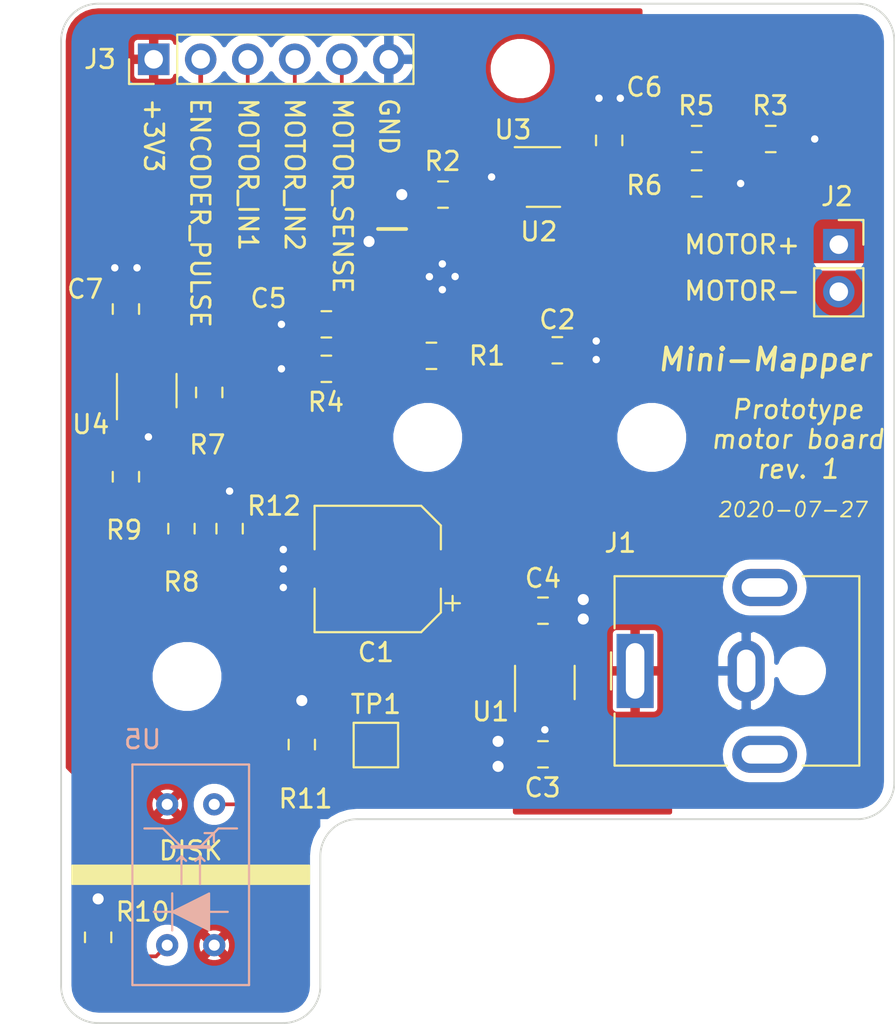
<source format=kicad_pcb>
(kicad_pcb (version 20171130) (host pcbnew 5.1.6)

  (general
    (thickness 1.6002)
    (drawings 33)
    (tracks 130)
    (zones 0)
    (modules 32)
    (nets 19)
  )

  (page A4)
  (title_block
    (rev 1)
  )

  (layers
    (0 Front signal)
    (31 Back signal)
    (34 B.Paste user)
    (35 F.Paste user)
    (36 B.SilkS user)
    (37 F.SilkS user)
    (38 B.Mask user)
    (39 F.Mask user)
    (44 Edge.Cuts user)
    (45 Margin user)
    (46 B.CrtYd user)
    (47 F.CrtYd user)
    (49 F.Fab user)
  )

  (setup
    (last_trace_width 0.5)
    (user_trace_width 0.1)
    (user_trace_width 0.2)
    (user_trace_width 0.5)
    (trace_clearance 0.25)
    (zone_clearance 0.2)
    (zone_45_only no)
    (trace_min 0.1)
    (via_size 0.8)
    (via_drill 0.4)
    (via_min_size 0.45)
    (via_min_drill 0.2)
    (user_via 0.45 0.2)
    (user_via 0.8 0.4)
    (uvia_size 0.8)
    (uvia_drill 0.4)
    (uvias_allowed no)
    (uvia_min_size 0)
    (uvia_min_drill 0)
    (edge_width 0.1)
    (segment_width 0.1)
    (pcb_text_width 0.3)
    (pcb_text_size 1.5 1.5)
    (mod_edge_width 0.1)
    (mod_text_size 0.8 0.8)
    (mod_text_width 0.1)
    (pad_size 1.7 1.7)
    (pad_drill 1)
    (pad_to_mask_clearance 0)
    (solder_mask_min_width 0.1)
    (aux_axis_origin 0 0)
    (visible_elements FFFFFF7F)
    (pcbplotparams
      (layerselection 0x010fc_ffffffff)
      (usegerberextensions false)
      (usegerberattributes false)
      (usegerberadvancedattributes false)
      (creategerberjobfile false)
      (excludeedgelayer true)
      (linewidth 0.152400)
      (plotframeref false)
      (viasonmask false)
      (mode 1)
      (useauxorigin false)
      (hpglpennumber 1)
      (hpglpenspeed 20)
      (hpglpendiameter 15.000000)
      (psnegative false)
      (psa4output false)
      (plotreference true)
      (plotvalue false)
      (plotinvisibletext false)
      (padsonsilk false)
      (subtractmaskfromsilk true)
      (outputformat 1)
      (mirror false)
      (drillshape 0)
      (scaleselection 1)
      (outputdirectory "./gerbers_for_aisler"))
  )

  (net 0 "")
  (net 1 VM)
  (net 2 GND)
  (net 3 /Vref)
  (net 4 +3V3)
  (net 5 /MOTOR_IN1)
  (net 6 /MOTOR_IN2)
  (net 7 /MOTOR_SENSE)
  (net 8 /ENCODER_PULSE)
  (net 9 /Isense+)
  (net 10 "Net-(R3-Pad2)")
  (net 11 "Net-(R7-Pad2)")
  (net 12 "Net-(R12-Pad1)")
  (net 13 /Vphoto)
  (net 14 "Net-(R10-Pad1)")
  (net 15 "Net-(U1-Pad4)")
  (net 16 /MOTOR1)
  (net 17 /MOTOR2)
  (net 18 /VIN)

  (net_class Default "This is the default net class."
    (clearance 0.25)
    (trace_width 0.25)
    (via_dia 0.8)
    (via_drill 0.4)
    (uvia_dia 0.8)
    (uvia_drill 0.4)
    (diff_pair_width 0.25)
    (diff_pair_gap 0.25)
    (add_net +3V3)
    (add_net /ENCODER_PULSE)
    (add_net /Isense+)
    (add_net /MOTOR1)
    (add_net /MOTOR2)
    (add_net /MOTOR_IN1)
    (add_net /MOTOR_IN2)
    (add_net /MOTOR_SENSE)
    (add_net /VIN)
    (add_net /Vphoto)
    (add_net /Vref)
    (add_net GND)
    (add_net "Net-(R10-Pad1)")
    (add_net "Net-(R12-Pad1)")
    (add_net "Net-(R3-Pad2)")
    (add_net "Net-(R7-Pad2)")
    (add_net "Net-(U1-Pad4)")
    (add_net VM)
  )

  (net_class Min ""
    (clearance 0.1)
    (trace_width 0.1)
    (via_dia 0.45)
    (via_drill 0.2)
    (uvia_dia 0.45)
    (uvia_drill 0.2)
    (diff_pair_width 0.12)
    (diff_pair_gap 0.12)
  )

  (module mini-mapper:R_0805 (layer Front) (tedit 5EF617F0) (tstamp 5F1EEDF4)
    (at 158 120.375 90)
    (descr "Resistor SMD 0805 (2012 Metric), square (rectangular) end terminal, IPC_7351 nominal with elongated pad for handsoldering. (Body size source: https://docs.google.com/spreadsheets/d/1BsfQQcO9C6DZCsRaXUlFlo91Tg2WpOkGARC1WS5S8t0/edit?usp=sharing), generated with kicad-footprint-generator")
    (tags "resistor handsolder")
    (path /5F13BFDF)
    (attr smd)
    (fp_text reference R10 (at 1.375 2.4 180) (layer F.SilkS)
      (effects (font (size 1 1) (thickness 0.15)))
    )
    (fp_text value 82 (at 0 1.65 90) (layer F.Fab) hide
      (effects (font (size 1 1) (thickness 0.15)))
    )
    (fp_line (start -1 0.6) (end -1 -0.6) (layer F.Fab) (width 0.1))
    (fp_line (start -1 -0.6) (end 1 -0.6) (layer F.Fab) (width 0.1))
    (fp_line (start 1 -0.6) (end 1 0.6) (layer F.Fab) (width 0.1))
    (fp_line (start 1 0.6) (end -1 0.6) (layer F.Fab) (width 0.1))
    (fp_line (start -0.261252 -0.71) (end 0.261252 -0.71) (layer F.SilkS) (width 0.12))
    (fp_line (start -0.261252 0.71) (end 0.261252 0.71) (layer F.SilkS) (width 0.12))
    (fp_line (start -1.85 0.95) (end -1.85 -0.95) (layer F.CrtYd) (width 0.05))
    (fp_line (start -1.85 -0.95) (end 1.85 -0.95) (layer F.CrtYd) (width 0.05))
    (fp_line (start 1.85 -0.95) (end 1.85 0.95) (layer F.CrtYd) (width 0.05))
    (fp_line (start 1.85 0.95) (end -1.85 0.95) (layer F.CrtYd) (width 0.05))
    (fp_text user %R (at 0 0 90) (layer F.Fab)
      (effects (font (size 0.5 0.5) (thickness 0.08)))
    )
    (pad 2 smd roundrect (at 1.025 0 90) (size 1.15 1.4) (layers Front F.Paste F.Mask) (roundrect_rratio 0.217391)
      (net 2 GND))
    (pad 1 smd roundrect (at -1.025 0 90) (size 1.15 1.4) (layers Front F.Paste F.Mask) (roundrect_rratio 0.217391)
      (net 14 "Net-(R10-Pad1)"))
    (model ${KIPRJMOD}/lib/3dpackages/R_0805_2012Metric.step
      (at (xyz 0 0 0))
      (scale (xyz 1 1 1))
      (rotate (xyz 0 0 0))
    )
  )

  (module mini-mapper:CP_Elec_6.3x7.7 (layer Front) (tedit 5F1ED637) (tstamp 5F1E4373)
    (at 173.1 100.5 180)
    (descr "SMD capacitor, aluminum electrolytic, Nichicon, 6.3x7.7mm")
    (tags "capacitor electrolytic")
    (path /5EF82B68)
    (attr smd)
    (fp_text reference C1 (at 0.1 -4.5) (layer F.SilkS)
      (effects (font (size 1 1) (thickness 0.15)))
    )
    (fp_text value 100U (at 0 4.35) (layer F.Fab) hide
      (effects (font (size 1 1) (thickness 0.15)))
    )
    (fp_line (start -4.7 1.05) (end -3.55 1.05) (layer F.CrtYd) (width 0.05))
    (fp_line (start -4.7 -1.05) (end -4.7 1.05) (layer F.CrtYd) (width 0.05))
    (fp_line (start -3.55 -1.05) (end -4.7 -1.05) (layer F.CrtYd) (width 0.05))
    (fp_line (start -3.55 1.05) (end -3.55 2.4) (layer F.CrtYd) (width 0.05))
    (fp_line (start -3.55 -2.4) (end -3.55 -1.05) (layer F.CrtYd) (width 0.05))
    (fp_line (start -3.55 -2.4) (end -2.4 -3.55) (layer F.CrtYd) (width 0.05))
    (fp_line (start -3.55 2.4) (end -2.4 3.55) (layer F.CrtYd) (width 0.05))
    (fp_line (start -2.4 -3.55) (end 3.55 -3.55) (layer F.CrtYd) (width 0.05))
    (fp_line (start -2.4 3.55) (end 3.55 3.55) (layer F.CrtYd) (width 0.05))
    (fp_line (start 3.55 1.05) (end 3.55 3.55) (layer F.CrtYd) (width 0.05))
    (fp_line (start 4.7 1.05) (end 3.55 1.05) (layer F.CrtYd) (width 0.05))
    (fp_line (start 4.7 -1.05) (end 4.7 1.05) (layer F.CrtYd) (width 0.05))
    (fp_line (start 3.55 -1.05) (end 4.7 -1.05) (layer F.CrtYd) (width 0.05))
    (fp_line (start 3.55 -3.55) (end 3.55 -1.05) (layer F.CrtYd) (width 0.05))
    (fp_line (start -4.04375 -2.24125) (end -4.04375 -1.45375) (layer F.SilkS) (width 0.12))
    (fp_line (start -4.4375 -1.8475) (end -3.65 -1.8475) (layer F.SilkS) (width 0.12))
    (fp_line (start -3.41 2.345563) (end -2.345563 3.41) (layer F.SilkS) (width 0.12))
    (fp_line (start -3.41 -2.345563) (end -2.345563 -3.41) (layer F.SilkS) (width 0.12))
    (fp_line (start -3.41 -2.345563) (end -3.41 -1.06) (layer F.SilkS) (width 0.12))
    (fp_line (start -3.41 2.345563) (end -3.41 1.06) (layer F.SilkS) (width 0.12))
    (fp_line (start -2.345563 3.41) (end 3.41 3.41) (layer F.SilkS) (width 0.12))
    (fp_line (start -2.345563 -3.41) (end 3.41 -3.41) (layer F.SilkS) (width 0.12))
    (fp_line (start 3.41 -3.41) (end 3.41 -1.06) (layer F.SilkS) (width 0.12))
    (fp_line (start 3.41 3.41) (end 3.41 1.06) (layer F.SilkS) (width 0.12))
    (fp_line (start -2.389838 -1.645) (end -2.389838 -1.015) (layer F.Fab) (width 0.1))
    (fp_line (start -2.704838 -1.33) (end -2.074838 -1.33) (layer F.Fab) (width 0.1))
    (fp_line (start -3.3 2.3) (end -2.3 3.3) (layer F.Fab) (width 0.1))
    (fp_line (start -3.3 -2.3) (end -2.3 -3.3) (layer F.Fab) (width 0.1))
    (fp_line (start -3.3 -2.3) (end -3.3 2.3) (layer F.Fab) (width 0.1))
    (fp_line (start -2.3 3.3) (end 3.3 3.3) (layer F.Fab) (width 0.1))
    (fp_line (start -2.3 -3.3) (end 3.3 -3.3) (layer F.Fab) (width 0.1))
    (fp_line (start 3.3 -3.3) (end 3.3 3.3) (layer F.Fab) (width 0.1))
    (fp_circle (center 0 0) (end 3.15 0) (layer F.Fab) (width 0.1))
    (fp_text user %R (at 0 0) (layer F.Fab) hide
      (effects (font (size 1 1) (thickness 0.15)))
    )
    (pad 1 smd roundrect (at -2.7 0 180) (size 3.5 1.6) (layers Front F.Paste F.Mask) (roundrect_rratio 0.156)
      (net 1 VM) (zone_connect 1) (thermal_width 0.9) (thermal_gap 0.508))
    (pad 2 smd roundrect (at 2.7 0 180) (size 3.5 1.6) (layers Front F.Paste F.Mask) (roundrect_rratio 0.15625)
      (net 2 GND))
    (model ${KIPRJMOD}/lib/3dpackages/CP_Elec_6.3x7.7.step
      (at (xyz 0 0 0))
      (scale (xyz 1 1 1))
      (rotate (xyz 0 0 0))
    )
  )

  (module mini-mapper:C_0805 (layer Front) (tedit 5F1ED487) (tstamp 5F1E440A)
    (at 182.8 88.7)
    (descr "Capacitor SMD 0805 (2012 Metric), square (rectangular) end terminal, IPC_7351 nominal with elongated pad for handsoldering. (Body size source: https://docs.google.com/spreadsheets/d/1BsfQQcO9C6DZCsRaXUlFlo91Tg2WpOkGARC1WS5S8t0/edit?usp=sharing), generated with kicad-footprint-generator")
    (tags "capacitor handsolder")
    (path /5EF81780)
    (attr smd)
    (fp_text reference C2 (at 0 -1.65) (layer F.SilkS)
      (effects (font (size 1 1) (thickness 0.15)))
    )
    (fp_text value 0.1U (at 0 1.65) (layer F.Fab) hide
      (effects (font (size 1 1) (thickness 0.15)))
    )
    (fp_line (start 1.85 0.95) (end -1.85 0.95) (layer F.CrtYd) (width 0.05))
    (fp_line (start 1.85 -0.95) (end 1.85 0.95) (layer F.CrtYd) (width 0.05))
    (fp_line (start -1.85 -0.95) (end 1.85 -0.95) (layer F.CrtYd) (width 0.05))
    (fp_line (start -1.85 0.95) (end -1.85 -0.95) (layer F.CrtYd) (width 0.05))
    (fp_line (start -0.261252 0.71) (end 0.261252 0.71) (layer F.SilkS) (width 0.12))
    (fp_line (start -0.261252 -0.71) (end 0.261252 -0.71) (layer F.SilkS) (width 0.12))
    (fp_line (start 1 0.6) (end -1 0.6) (layer F.Fab) (width 0.1))
    (fp_line (start 1 -0.6) (end 1 0.6) (layer F.Fab) (width 0.1))
    (fp_line (start -1 -0.6) (end 1 -0.6) (layer F.Fab) (width 0.1))
    (fp_line (start -1 0.6) (end -1 -0.6) (layer F.Fab) (width 0.1))
    (fp_text user %R (at 0 0) (layer F.Fab)
      (effects (font (size 0.5 0.5) (thickness 0.08)))
    )
    (pad 2 smd roundrect (at 1.025 0) (size 1.15 1.4) (layers Front F.Paste F.Mask) (roundrect_rratio 0.217391)
      (net 2 GND))
    (pad 1 smd roundrect (at -1.025 0) (size 1.15 1.4) (layers Front F.Paste F.Mask) (roundrect_rratio 0.217)
      (net 1 VM) (zone_connect 1))
    (model ${KIPRJMOD}/lib/3dpackages/C_0805_2012Metric.step
      (at (xyz 0 0 0))
      (scale (xyz 1 1 1))
      (rotate (xyz 0 0 0))
    )
  )

  (module mini-mapper:C_0805 (layer Front) (tedit 5B36C52B) (tstamp 5F1E4066)
    (at 182.025 110.5 180)
    (descr "Capacitor SMD 0805 (2012 Metric), square (rectangular) end terminal, IPC_7351 nominal with elongated pad for handsoldering. (Body size source: https://docs.google.com/spreadsheets/d/1BsfQQcO9C6DZCsRaXUlFlo91Tg2WpOkGARC1WS5S8t0/edit?usp=sharing), generated with kicad-footprint-generator")
    (tags "capacitor handsolder")
    (path /5F223AE5)
    (attr smd)
    (fp_text reference C3 (at 0.025 -1.8) (layer F.SilkS)
      (effects (font (size 1 1) (thickness 0.15)))
    )
    (fp_text value 1U (at 0 1.65) (layer F.Fab) hide
      (effects (font (size 1 1) (thickness 0.15)))
    )
    (fp_line (start -1 0.6) (end -1 -0.6) (layer F.Fab) (width 0.1))
    (fp_line (start -1 -0.6) (end 1 -0.6) (layer F.Fab) (width 0.1))
    (fp_line (start 1 -0.6) (end 1 0.6) (layer F.Fab) (width 0.1))
    (fp_line (start 1 0.6) (end -1 0.6) (layer F.Fab) (width 0.1))
    (fp_line (start -0.261252 -0.71) (end 0.261252 -0.71) (layer F.SilkS) (width 0.12))
    (fp_line (start -0.261252 0.71) (end 0.261252 0.71) (layer F.SilkS) (width 0.12))
    (fp_line (start -1.85 0.95) (end -1.85 -0.95) (layer F.CrtYd) (width 0.05))
    (fp_line (start -1.85 -0.95) (end 1.85 -0.95) (layer F.CrtYd) (width 0.05))
    (fp_line (start 1.85 -0.95) (end 1.85 0.95) (layer F.CrtYd) (width 0.05))
    (fp_line (start 1.85 0.95) (end -1.85 0.95) (layer F.CrtYd) (width 0.05))
    (fp_text user %R (at 0 0) (layer F.Fab)
      (effects (font (size 0.5 0.5) (thickness 0.08)))
    )
    (pad 1 smd roundrect (at -1.025 0 180) (size 1.15 1.4) (layers Front F.Paste F.Mask) (roundrect_rratio 0.217391)
      (net 18 /VIN))
    (pad 2 smd roundrect (at 1.025 0 180) (size 1.15 1.4) (layers Front F.Paste F.Mask) (roundrect_rratio 0.217391)
      (net 2 GND))
    (model ${KIPRJMOD}/lib/3dpackages/C_0805_2012Metric.step
      (at (xyz 0 0 0))
      (scale (xyz 1 1 1))
      (rotate (xyz 0 0 0))
    )
  )

  (module mini-mapper:C_0805 (layer Front) (tedit 5F1ED4C5) (tstamp 5F1E4096)
    (at 182.025 102.75)
    (descr "Capacitor SMD 0805 (2012 Metric), square (rectangular) end terminal, IPC_7351 nominal with elongated pad for handsoldering. (Body size source: https://docs.google.com/spreadsheets/d/1BsfQQcO9C6DZCsRaXUlFlo91Tg2WpOkGARC1WS5S8t0/edit?usp=sharing), generated with kicad-footprint-generator")
    (tags "capacitor handsolder")
    (path /5F233EC6)
    (attr smd)
    (fp_text reference C4 (at 0 -1.75) (layer F.SilkS)
      (effects (font (size 1 1) (thickness 0.15)))
    )
    (fp_text value 1U (at 0 1.65) (layer F.Fab) hide
      (effects (font (size 1 1) (thickness 0.15)))
    )
    (fp_line (start 1.85 0.95) (end -1.85 0.95) (layer F.CrtYd) (width 0.05))
    (fp_line (start 1.85 -0.95) (end 1.85 0.95) (layer F.CrtYd) (width 0.05))
    (fp_line (start -1.85 -0.95) (end 1.85 -0.95) (layer F.CrtYd) (width 0.05))
    (fp_line (start -1.85 0.95) (end -1.85 -0.95) (layer F.CrtYd) (width 0.05))
    (fp_line (start -0.261252 0.71) (end 0.261252 0.71) (layer F.SilkS) (width 0.12))
    (fp_line (start -0.261252 -0.71) (end 0.261252 -0.71) (layer F.SilkS) (width 0.12))
    (fp_line (start 1 0.6) (end -1 0.6) (layer F.Fab) (width 0.1))
    (fp_line (start 1 -0.6) (end 1 0.6) (layer F.Fab) (width 0.1))
    (fp_line (start -1 -0.6) (end 1 -0.6) (layer F.Fab) (width 0.1))
    (fp_line (start -1 0.6) (end -1 -0.6) (layer F.Fab) (width 0.1))
    (fp_text user %R (at 0 0) (layer F.Fab)
      (effects (font (size 0.5 0.5) (thickness 0.08)))
    )
    (pad 2 smd roundrect (at 1.025 0) (size 1.15 1.4) (layers Front F.Paste F.Mask) (roundrect_rratio 0.217391)
      (net 2 GND))
    (pad 1 smd roundrect (at -1.025 0) (size 1.15 1.4) (layers Front F.Paste F.Mask) (roundrect_rratio 0.217)
      (net 1 VM) (zone_connect 1))
    (model ${KIPRJMOD}/lib/3dpackages/C_0805_2012Metric.step
      (at (xyz 0 0 0))
      (scale (xyz 1 1 1))
      (rotate (xyz 0 0 0))
    )
  )

  (module mini-mapper:C_0805 (layer Front) (tedit 5B36C52B) (tstamp 5F1E5886)
    (at 170.325 87.3 180)
    (descr "Capacitor SMD 0805 (2012 Metric), square (rectangular) end terminal, IPC_7351 nominal with elongated pad for handsoldering. (Body size source: https://docs.google.com/spreadsheets/d/1BsfQQcO9C6DZCsRaXUlFlo91Tg2WpOkGARC1WS5S8t0/edit?usp=sharing), generated with kicad-footprint-generator")
    (tags "capacitor handsolder")
    (path /5EF81A93)
    (attr smd)
    (fp_text reference C5 (at 3.125 1.4) (layer F.SilkS)
      (effects (font (size 1 1) (thickness 0.15)))
    )
    (fp_text value 0.1U (at 0 1.65) (layer F.Fab) hide
      (effects (font (size 1 1) (thickness 0.15)))
    )
    (fp_line (start -1 0.6) (end -1 -0.6) (layer F.Fab) (width 0.1))
    (fp_line (start -1 -0.6) (end 1 -0.6) (layer F.Fab) (width 0.1))
    (fp_line (start 1 -0.6) (end 1 0.6) (layer F.Fab) (width 0.1))
    (fp_line (start 1 0.6) (end -1 0.6) (layer F.Fab) (width 0.1))
    (fp_line (start -0.261252 -0.71) (end 0.261252 -0.71) (layer F.SilkS) (width 0.12))
    (fp_line (start -0.261252 0.71) (end 0.261252 0.71) (layer F.SilkS) (width 0.12))
    (fp_line (start -1.85 0.95) (end -1.85 -0.95) (layer F.CrtYd) (width 0.05))
    (fp_line (start -1.85 -0.95) (end 1.85 -0.95) (layer F.CrtYd) (width 0.05))
    (fp_line (start 1.85 -0.95) (end 1.85 0.95) (layer F.CrtYd) (width 0.05))
    (fp_line (start 1.85 0.95) (end -1.85 0.95) (layer F.CrtYd) (width 0.05))
    (fp_text user %R (at 0 0) (layer F.Fab)
      (effects (font (size 0.5 0.5) (thickness 0.08)))
    )
    (pad 1 smd roundrect (at -1.025 0 180) (size 1.15 1.4) (layers Front F.Paste F.Mask) (roundrect_rratio 0.217391)
      (net 3 /Vref))
    (pad 2 smd roundrect (at 1.025 0 180) (size 1.15 1.4) (layers Front F.Paste F.Mask) (roundrect_rratio 0.217391)
      (net 2 GND))
    (model ${KIPRJMOD}/lib/3dpackages/C_0805_2012Metric.step
      (at (xyz 0 0 0))
      (scale (xyz 1 1 1))
      (rotate (xyz 0 0 0))
    )
  )

  (module mini-mapper:C_0805 (layer Front) (tedit 5B36C52B) (tstamp 5F1B546C)
    (at 185.6 77.375 90)
    (descr "Capacitor SMD 0805 (2012 Metric), square (rectangular) end terminal, IPC_7351 nominal with elongated pad for handsoldering. (Body size source: https://docs.google.com/spreadsheets/d/1BsfQQcO9C6DZCsRaXUlFlo91Tg2WpOkGARC1WS5S8t0/edit?usp=sharing), generated with kicad-footprint-generator")
    (tags "capacitor handsolder")
    (path /5F1FB2DE)
    (attr smd)
    (fp_text reference C6 (at 2.875 1.9) (layer F.SilkS)
      (effects (font (size 1 1) (thickness 0.15)))
    )
    (fp_text value 0.1U (at 0 1.65 90) (layer F.Fab) hide
      (effects (font (size 1 1) (thickness 0.15)))
    )
    (fp_line (start -1 0.6) (end -1 -0.6) (layer F.Fab) (width 0.1))
    (fp_line (start -1 -0.6) (end 1 -0.6) (layer F.Fab) (width 0.1))
    (fp_line (start 1 -0.6) (end 1 0.6) (layer F.Fab) (width 0.1))
    (fp_line (start 1 0.6) (end -1 0.6) (layer F.Fab) (width 0.1))
    (fp_line (start -0.261252 -0.71) (end 0.261252 -0.71) (layer F.SilkS) (width 0.12))
    (fp_line (start -0.261252 0.71) (end 0.261252 0.71) (layer F.SilkS) (width 0.12))
    (fp_line (start -1.85 0.95) (end -1.85 -0.95) (layer F.CrtYd) (width 0.05))
    (fp_line (start -1.85 -0.95) (end 1.85 -0.95) (layer F.CrtYd) (width 0.05))
    (fp_line (start 1.85 -0.95) (end 1.85 0.95) (layer F.CrtYd) (width 0.05))
    (fp_line (start 1.85 0.95) (end -1.85 0.95) (layer F.CrtYd) (width 0.05))
    (fp_text user %R (at 0 0 90) (layer F.Fab)
      (effects (font (size 0.5 0.5) (thickness 0.08)))
    )
    (pad 1 smd roundrect (at -1.025 0 90) (size 1.15 1.4) (layers Front F.Paste F.Mask) (roundrect_rratio 0.217391)
      (net 4 +3V3))
    (pad 2 smd roundrect (at 1.025 0 90) (size 1.15 1.4) (layers Front F.Paste F.Mask) (roundrect_rratio 0.217391)
      (net 2 GND))
    (model ${KIPRJMOD}/lib/3dpackages/C_0805_2012Metric.step
      (at (xyz 0 0 0))
      (scale (xyz 1 1 1))
      (rotate (xyz 0 0 0))
    )
  )

  (module mini-mapper:C_0805 (layer Front) (tedit 5B36C52B) (tstamp 5F1B633B)
    (at 159.5 86.475 90)
    (descr "Capacitor SMD 0805 (2012 Metric), square (rectangular) end terminal, IPC_7351 nominal with elongated pad for handsoldering. (Body size source: https://docs.google.com/spreadsheets/d/1BsfQQcO9C6DZCsRaXUlFlo91Tg2WpOkGARC1WS5S8t0/edit?usp=sharing), generated with kicad-footprint-generator")
    (tags "capacitor handsolder")
    (path /5F1FB700)
    (attr smd)
    (fp_text reference C7 (at 1.075 -2.2 180) (layer F.SilkS)
      (effects (font (size 1 1) (thickness 0.15)))
    )
    (fp_text value 0.1U (at 0 1.65 90) (layer F.Fab) hide
      (effects (font (size 1 1) (thickness 0.15)))
    )
    (fp_line (start 1.85 0.95) (end -1.85 0.95) (layer F.CrtYd) (width 0.05))
    (fp_line (start 1.85 -0.95) (end 1.85 0.95) (layer F.CrtYd) (width 0.05))
    (fp_line (start -1.85 -0.95) (end 1.85 -0.95) (layer F.CrtYd) (width 0.05))
    (fp_line (start -1.85 0.95) (end -1.85 -0.95) (layer F.CrtYd) (width 0.05))
    (fp_line (start -0.261252 0.71) (end 0.261252 0.71) (layer F.SilkS) (width 0.12))
    (fp_line (start -0.261252 -0.71) (end 0.261252 -0.71) (layer F.SilkS) (width 0.12))
    (fp_line (start 1 0.6) (end -1 0.6) (layer F.Fab) (width 0.1))
    (fp_line (start 1 -0.6) (end 1 0.6) (layer F.Fab) (width 0.1))
    (fp_line (start -1 -0.6) (end 1 -0.6) (layer F.Fab) (width 0.1))
    (fp_line (start -1 0.6) (end -1 -0.6) (layer F.Fab) (width 0.1))
    (fp_text user %R (at 0 0 90) (layer F.Fab)
      (effects (font (size 0.5 0.5) (thickness 0.08)))
    )
    (pad 2 smd roundrect (at 1.025 0 90) (size 1.15 1.4) (layers Front F.Paste F.Mask) (roundrect_rratio 0.217391)
      (net 2 GND))
    (pad 1 smd roundrect (at -1.025 0 90) (size 1.15 1.4) (layers Front F.Paste F.Mask) (roundrect_rratio 0.217391)
      (net 4 +3V3))
    (model ${KIPRJMOD}/lib/3dpackages/C_0805_2012Metric.step
      (at (xyz 0 0 0))
      (scale (xyz 1 1 1))
      (rotate (xyz 0 0 0))
    )
  )

  (module mini-mapper:BarrelJack_CUI_PJ-063AH_Horizontal (layer Front) (tedit 5F1ABD05) (tstamp 5F1E3BF7)
    (at 187 106 90)
    (descr "Barrel Jack, 2.0mm ID, 5.5mm OD, 24V, 8A, no switch, https://www.cui.com/product/resource/pj-063ah.pdf")
    (tags "barrel jack cui dc power")
    (path /5F1B8644)
    (fp_text reference J1 (at 6.9 -0.8 180) (layer F.SilkS)
      (effects (font (size 1 1) (thickness 0.15)))
    )
    (fp_text value PJ-063AH (at 0 13 90) (layer F.Fab) hide
      (effects (font (size 1 1) (thickness 0.15)))
    )
    (fp_line (start 6 -1.5) (end -6 -1.5) (layer F.CrtYd) (width 0.05))
    (fp_line (start 6 12.5) (end 6 -1.5) (layer F.CrtYd) (width 0.05))
    (fp_line (start -6 12.5) (end 6 12.5) (layer F.CrtYd) (width 0.05))
    (fp_line (start -6 -1.5) (end -6 12.5) (layer F.CrtYd) (width 0.05))
    (fp_line (start -1 -1.3) (end 1 -1.3) (layer F.SilkS) (width 0.12))
    (fp_line (start -5.11 12.11) (end -5.11 9.05) (layer F.SilkS) (width 0.12))
    (fp_line (start 5.11 12.11) (end -5.11 12.11) (layer F.SilkS) (width 0.12))
    (fp_line (start 5.11 9.05) (end 5.11 12.11) (layer F.SilkS) (width 0.12))
    (fp_line (start 5.11 -1.11) (end 5.11 4.95) (layer F.SilkS) (width 0.12))
    (fp_line (start 2.3 -1.11) (end 5.11 -1.11) (layer F.SilkS) (width 0.12))
    (fp_line (start -5.11 -1.11) (end -2.3 -1.11) (layer F.SilkS) (width 0.12))
    (fp_line (start -5.11 4.95) (end -5.11 -1.11) (layer F.SilkS) (width 0.12))
    (fp_line (start -5 12) (end -5 -1) (layer F.Fab) (width 0.1))
    (fp_line (start 5 12) (end -5 12) (layer F.Fab) (width 0.1))
    (fp_line (start 5 -1) (end 5 12) (layer F.Fab) (width 0.1))
    (fp_line (start 1 -1) (end 5 -1) (layer F.Fab) (width 0.1))
    (fp_line (start 0 0) (end 1 -1) (layer F.Fab) (width 0.1))
    (fp_line (start -1 -1) (end 0 0) (layer F.Fab) (width 0.1))
    (fp_line (start -5 -1) (end -1 -1) (layer F.Fab) (width 0.1))
    (fp_text user %R (at 0 5.5 90) (layer F.Fab)
      (effects (font (size 1 1) (thickness 0.15)))
    )
    (pad 1 thru_hole rect (at 0 0 90) (size 4 2) (drill oval 3 1) (layers *.Cu *.Mask)
      (net 18 /VIN))
    (pad 2 thru_hole oval (at 0 6 90) (size 3.3 2) (drill oval 2.3 1) (layers *.Cu *.Mask)
      (net 2 GND))
    (pad MP thru_hole oval (at -4.5 7 90) (size 2 3.5) (drill oval 1 2.5) (layers *.Cu *.Mask))
    (pad MP thru_hole oval (at 4.5 7 90) (size 2 3.5) (drill oval 1 2.5) (layers *.Cu *.Mask))
    (pad "" np_thru_hole circle (at 0 9 90) (size 1.6 1.6) (drill 1.6) (layers *.Cu *.Mask))
    (model ${KIPRJMOD}/lib/3dpackages/BarrelJack_CUI_PJ-063AH_Horizontal.step
      (at (xyz 0 0 0))
      (scale (xyz 1 1 1))
      (rotate (xyz 0 0 0))
    )
  )

  (module mini-mapper:PinSocket_1x02_P2.54mm_Vertical (layer Front) (tedit 5F1EF1DD) (tstamp 5F1B54B0)
    (at 198 83)
    (descr "Through hole straight socket strip, 1x02, 2.54mm pitch, single row (from Kicad 4.0.7), script generated")
    (tags "Through hole socket strip THT 1x02 2.54mm single row")
    (path /5F085051)
    (fp_text reference J2 (at -0.1 -2.6) (layer F.SilkS)
      (effects (font (size 1 1) (thickness 0.15)))
    )
    (fp_text value Conn_01x02 (at 0 5.31) (layer F.Fab) hide
      (effects (font (size 1 1) (thickness 0.15)))
    )
    (fp_line (start -1.8 4.3) (end -1.8 -1.8) (layer F.CrtYd) (width 0.05))
    (fp_line (start 1.75 4.3) (end -1.8 4.3) (layer F.CrtYd) (width 0.05))
    (fp_line (start 1.75 -1.8) (end 1.75 4.3) (layer F.CrtYd) (width 0.05))
    (fp_line (start -1.8 -1.8) (end 1.75 -1.8) (layer F.CrtYd) (width 0.05))
    (fp_line (start 0 -1.33) (end 1.33 -1.33) (layer F.SilkS) (width 0.12))
    (fp_line (start 1.33 -1.33) (end 1.33 0) (layer F.SilkS) (width 0.12))
    (fp_line (start 1.33 1.27) (end 1.33 3.87) (layer F.SilkS) (width 0.12))
    (fp_line (start -1.33 3.87) (end 1.33 3.87) (layer F.SilkS) (width 0.12))
    (fp_line (start -1.33 1.27) (end -1.33 3.87) (layer F.SilkS) (width 0.12))
    (fp_line (start -1.33 1.27) (end 1.33 1.27) (layer F.SilkS) (width 0.12))
    (fp_line (start -1.27 3.81) (end -1.27 -1.27) (layer F.Fab) (width 0.1))
    (fp_line (start 1.27 3.81) (end -1.27 3.81) (layer F.Fab) (width 0.1))
    (fp_line (start 1.27 -0.635) (end 1.27 3.81) (layer F.Fab) (width 0.1))
    (fp_line (start 0.635 -1.27) (end 1.27 -0.635) (layer F.Fab) (width 0.1))
    (fp_line (start -1.27 -1.27) (end 0.635 -1.27) (layer F.Fab) (width 0.1))
    (fp_text user %R (at 0 1.27 180) (layer F.Fab)
      (effects (font (size 1 1) (thickness 0.15)))
    )
    (pad 1 thru_hole rect (at 0 0) (size 1.7 1.7) (drill 1) (layers *.Cu *.Mask)
      (net 16 /MOTOR1) (zone_connect 2))
    (pad 2 thru_hole oval (at 0 2.54) (size 1.7 1.7) (drill 1) (layers *.Cu *.Mask)
      (net 17 /MOTOR2) (zone_connect 2))
    (model ${KIPRJMOD}/lib/3dpackages/PinSocket_1x02_P2.54mm_Vertical.step
      (at (xyz 0 0 0))
      (scale (xyz 1 1 1))
      (rotate (xyz 0 0 0))
    )
  )

  (module mini-mapper:PinHeader_1x06_P2.54mm_Vertical (layer Front) (tedit 5F1AB6EC) (tstamp 5F1EDC8F)
    (at 161 73 90)
    (descr "Through hole straight pin header, 1x06, 2.54mm pitch, single row")
    (tags "Through hole pin header THT 1x06 2.54mm single row")
    (path /5F1C4768)
    (fp_text reference J3 (at 0 -2.9 180) (layer F.SilkS)
      (effects (font (size 1 1) (thickness 0.15)))
    )
    (fp_text value PinHeader_01x06 (at 0 15.03 90) (layer F.Fab) hide
      (effects (font (size 1 1) (thickness 0.15)))
    )
    (fp_line (start 1.8 -1.8) (end -1.8 -1.8) (layer F.CrtYd) (width 0.05))
    (fp_line (start 1.8 14.5) (end 1.8 -1.8) (layer F.CrtYd) (width 0.05))
    (fp_line (start -1.8 14.5) (end 1.8 14.5) (layer F.CrtYd) (width 0.05))
    (fp_line (start -1.8 -1.8) (end -1.8 14.5) (layer F.CrtYd) (width 0.05))
    (fp_line (start -1.33 -1.33) (end 0 -1.33) (layer F.SilkS) (width 0.12))
    (fp_line (start -1.33 0) (end -1.33 -1.33) (layer F.SilkS) (width 0.12))
    (fp_line (start -1.33 1.27) (end 1.33 1.27) (layer F.SilkS) (width 0.12))
    (fp_line (start 1.33 1.27) (end 1.33 14.03) (layer F.SilkS) (width 0.12))
    (fp_line (start -1.33 1.27) (end -1.33 14.03) (layer F.SilkS) (width 0.12))
    (fp_line (start -1.33 14.03) (end 1.33 14.03) (layer F.SilkS) (width 0.12))
    (fp_line (start -1.27 -0.635) (end -0.635 -1.27) (layer F.Fab) (width 0.1))
    (fp_line (start -1.27 13.97) (end -1.27 -0.635) (layer F.Fab) (width 0.1))
    (fp_line (start 1.27 13.97) (end -1.27 13.97) (layer F.Fab) (width 0.1))
    (fp_line (start 1.27 -1.27) (end 1.27 13.97) (layer F.Fab) (width 0.1))
    (fp_line (start -0.635 -1.27) (end 1.27 -1.27) (layer F.Fab) (width 0.1))
    (fp_text user %R (at 0 6.35) (layer F.Fab)
      (effects (font (size 1 1) (thickness 0.15)))
    )
    (pad 1 thru_hole rect (at 0 0 90) (size 1.7 1.7) (drill 1) (layers *.Cu *.Mask)
      (net 4 +3V3))
    (pad 2 thru_hole oval (at 0 2.54 90) (size 1.7 1.7) (drill 1) (layers *.Cu *.Mask)
      (net 8 /ENCODER_PULSE))
    (pad 3 thru_hole oval (at 0 5.08 90) (size 1.7 1.7) (drill 1) (layers *.Cu *.Mask)
      (net 5 /MOTOR_IN1))
    (pad 4 thru_hole oval (at 0 7.62 90) (size 1.7 1.7) (drill 1) (layers *.Cu *.Mask)
      (net 6 /MOTOR_IN2))
    (pad 5 thru_hole oval (at 0 10.16 90) (size 1.7 1.7) (drill 1) (layers *.Cu *.Mask)
      (net 7 /MOTOR_SENSE))
    (pad 6 thru_hole oval (at 0 12.7 90) (size 1.7 1.7) (drill 1) (layers *.Cu *.Mask)
      (net 2 GND))
    (model ${KIPRJMOD}/lib/3dpackages/PinHeader_1x06_P2.54mm_Vertical.step
      (at (xyz 0 0 0))
      (scale (xyz 1 1 1))
      (rotate (xyz 0 0 0))
    )
  )

  (module mini-mapper:R_0805 (layer Front) (tedit 5F1ED499) (tstamp 5F1B54F1)
    (at 176 89 180)
    (descr "Resistor SMD 0805 (2012 Metric), square (rectangular) end terminal, IPC_7351 nominal with elongated pad for handsoldering. (Body size source: https://docs.google.com/spreadsheets/d/1BsfQQcO9C6DZCsRaXUlFlo91Tg2WpOkGARC1WS5S8t0/edit?usp=sharing), generated with kicad-footprint-generator")
    (tags "resistor handsolder")
    (path /5EF81CFE)
    (attr smd)
    (fp_text reference R1 (at -3 0) (layer F.SilkS)
      (effects (font (size 1 1) (thickness 0.15)))
    )
    (fp_text value 56K (at 0 1.65) (layer F.Fab) hide
      (effects (font (size 1 1) (thickness 0.15)))
    )
    (fp_line (start -1 0.6) (end -1 -0.6) (layer F.Fab) (width 0.1))
    (fp_line (start -1 -0.6) (end 1 -0.6) (layer F.Fab) (width 0.1))
    (fp_line (start 1 -0.6) (end 1 0.6) (layer F.Fab) (width 0.1))
    (fp_line (start 1 0.6) (end -1 0.6) (layer F.Fab) (width 0.1))
    (fp_line (start -0.261252 -0.71) (end 0.261252 -0.71) (layer F.SilkS) (width 0.12))
    (fp_line (start -0.261252 0.71) (end 0.261252 0.71) (layer F.SilkS) (width 0.12))
    (fp_line (start -1.85 0.95) (end -1.85 -0.95) (layer F.CrtYd) (width 0.05))
    (fp_line (start -1.85 -0.95) (end 1.85 -0.95) (layer F.CrtYd) (width 0.05))
    (fp_line (start 1.85 -0.95) (end 1.85 0.95) (layer F.CrtYd) (width 0.05))
    (fp_line (start 1.85 0.95) (end -1.85 0.95) (layer F.CrtYd) (width 0.05))
    (fp_text user %R (at 0 0) (layer F.Fab)
      (effects (font (size 0.5 0.5) (thickness 0.08)))
    )
    (pad 2 smd roundrect (at 1.025 0 180) (size 1.15 1.4) (layers Front F.Paste F.Mask) (roundrect_rratio 0.217391)
      (net 3 /Vref))
    (pad 1 smd roundrect (at -1.025 0 180) (size 1.15 1.4) (layers Front F.Paste F.Mask) (roundrect_rratio 0.217)
      (net 1 VM) (zone_connect 1))
    (model ${KIPRJMOD}/lib/3dpackages/R_0805_2012Metric.step
      (at (xyz 0 0 0))
      (scale (xyz 1 1 1))
      (rotate (xyz 0 0 0))
    )
  )

  (module mini-mapper:R_0805 (layer Front) (tedit 5EF617F0) (tstamp 5F1B5502)
    (at 176.625 80.3 180)
    (descr "Resistor SMD 0805 (2012 Metric), square (rectangular) end terminal, IPC_7351 nominal with elongated pad for handsoldering. (Body size source: https://docs.google.com/spreadsheets/d/1BsfQQcO9C6DZCsRaXUlFlo91Tg2WpOkGARC1WS5S8t0/edit?usp=sharing), generated with kicad-footprint-generator")
    (tags "resistor handsolder")
    (path /5EF6879B)
    (attr smd)
    (fp_text reference R2 (at 0.025 1.8) (layer F.SilkS)
      (effects (font (size 1 1) (thickness 0.15)))
    )
    (fp_text value 400m (at 0 1.65) (layer F.Fab) hide
      (effects (font (size 1 1) (thickness 0.15)))
    )
    (fp_line (start 1.85 0.95) (end -1.85 0.95) (layer F.CrtYd) (width 0.05))
    (fp_line (start 1.85 -0.95) (end 1.85 0.95) (layer F.CrtYd) (width 0.05))
    (fp_line (start -1.85 -0.95) (end 1.85 -0.95) (layer F.CrtYd) (width 0.05))
    (fp_line (start -1.85 0.95) (end -1.85 -0.95) (layer F.CrtYd) (width 0.05))
    (fp_line (start -0.261252 0.71) (end 0.261252 0.71) (layer F.SilkS) (width 0.12))
    (fp_line (start -0.261252 -0.71) (end 0.261252 -0.71) (layer F.SilkS) (width 0.12))
    (fp_line (start 1 0.6) (end -1 0.6) (layer F.Fab) (width 0.1))
    (fp_line (start 1 -0.6) (end 1 0.6) (layer F.Fab) (width 0.1))
    (fp_line (start -1 -0.6) (end 1 -0.6) (layer F.Fab) (width 0.1))
    (fp_line (start -1 0.6) (end -1 -0.6) (layer F.Fab) (width 0.1))
    (fp_text user %R (at 0 0) (layer F.Fab)
      (effects (font (size 0.5 0.5) (thickness 0.08)))
    )
    (pad 1 smd roundrect (at -1.025 0 180) (size 1.15 1.4) (layers Front F.Paste F.Mask) (roundrect_rratio 0.217391)
      (net 9 /Isense+))
    (pad 2 smd roundrect (at 1.025 0 180) (size 1.15 1.4) (layers Front F.Paste F.Mask) (roundrect_rratio 0.217391)
      (net 2 GND))
    (model ${KIPRJMOD}/lib/3dpackages/R_0805_2012Metric.step
      (at (xyz 0 0 0))
      (scale (xyz 1 1 1))
      (rotate (xyz 0 0 0))
    )
  )

  (module mini-mapper:R_0805 (layer Front) (tedit 5EF617F0) (tstamp 5F1B5513)
    (at 194.325 77.3 180)
    (descr "Resistor SMD 0805 (2012 Metric), square (rectangular) end terminal, IPC_7351 nominal with elongated pad for handsoldering. (Body size source: https://docs.google.com/spreadsheets/d/1BsfQQcO9C6DZCsRaXUlFlo91Tg2WpOkGARC1WS5S8t0/edit?usp=sharing), generated with kicad-footprint-generator")
    (tags "resistor handsolder")
    (path /5EFAA4AA)
    (attr smd)
    (fp_text reference R3 (at 0.025 1.8) (layer F.SilkS)
      (effects (font (size 1 1) (thickness 0.15)))
    )
    (fp_text value 12K (at 0 1.65) (layer F.Fab) hide
      (effects (font (size 1 1) (thickness 0.15)))
    )
    (fp_line (start 1.85 0.95) (end -1.85 0.95) (layer F.CrtYd) (width 0.05))
    (fp_line (start 1.85 -0.95) (end 1.85 0.95) (layer F.CrtYd) (width 0.05))
    (fp_line (start -1.85 -0.95) (end 1.85 -0.95) (layer F.CrtYd) (width 0.05))
    (fp_line (start -1.85 0.95) (end -1.85 -0.95) (layer F.CrtYd) (width 0.05))
    (fp_line (start -0.261252 0.71) (end 0.261252 0.71) (layer F.SilkS) (width 0.12))
    (fp_line (start -0.261252 -0.71) (end 0.261252 -0.71) (layer F.SilkS) (width 0.12))
    (fp_line (start 1 0.6) (end -1 0.6) (layer F.Fab) (width 0.1))
    (fp_line (start 1 -0.6) (end 1 0.6) (layer F.Fab) (width 0.1))
    (fp_line (start -1 -0.6) (end 1 -0.6) (layer F.Fab) (width 0.1))
    (fp_line (start -1 0.6) (end -1 -0.6) (layer F.Fab) (width 0.1))
    (fp_text user %R (at 0 0) (layer F.Fab)
      (effects (font (size 0.5 0.5) (thickness 0.08)))
    )
    (pad 1 smd roundrect (at -1.025 0 180) (size 1.15 1.4) (layers Front F.Paste F.Mask) (roundrect_rratio 0.217391)
      (net 2 GND))
    (pad 2 smd roundrect (at 1.025 0 180) (size 1.15 1.4) (layers Front F.Paste F.Mask) (roundrect_rratio 0.217391)
      (net 10 "Net-(R3-Pad2)"))
    (model ${KIPRJMOD}/lib/3dpackages/R_0805_2012Metric.step
      (at (xyz 0 0 0))
      (scale (xyz 1 1 1))
      (rotate (xyz 0 0 0))
    )
  )

  (module mini-mapper:R_0805 (layer Front) (tedit 5EF617F0) (tstamp 5F1E5733)
    (at 170.325 89.7 180)
    (descr "Resistor SMD 0805 (2012 Metric), square (rectangular) end terminal, IPC_7351 nominal with elongated pad for handsoldering. (Body size source: https://docs.google.com/spreadsheets/d/1BsfQQcO9C6DZCsRaXUlFlo91Tg2WpOkGARC1WS5S8t0/edit?usp=sharing), generated with kicad-footprint-generator")
    (tags "resistor handsolder")
    (path /5EF821E0)
    (attr smd)
    (fp_text reference R4 (at 0.025 -1.8) (layer F.SilkS)
      (effects (font (size 1 1) (thickness 0.15)))
    )
    (fp_text value 16K (at 0 1.65) (layer F.Fab) hide
      (effects (font (size 1 1) (thickness 0.15)))
    )
    (fp_line (start -1 0.6) (end -1 -0.6) (layer F.Fab) (width 0.1))
    (fp_line (start -1 -0.6) (end 1 -0.6) (layer F.Fab) (width 0.1))
    (fp_line (start 1 -0.6) (end 1 0.6) (layer F.Fab) (width 0.1))
    (fp_line (start 1 0.6) (end -1 0.6) (layer F.Fab) (width 0.1))
    (fp_line (start -0.261252 -0.71) (end 0.261252 -0.71) (layer F.SilkS) (width 0.12))
    (fp_line (start -0.261252 0.71) (end 0.261252 0.71) (layer F.SilkS) (width 0.12))
    (fp_line (start -1.85 0.95) (end -1.85 -0.95) (layer F.CrtYd) (width 0.05))
    (fp_line (start -1.85 -0.95) (end 1.85 -0.95) (layer F.CrtYd) (width 0.05))
    (fp_line (start 1.85 -0.95) (end 1.85 0.95) (layer F.CrtYd) (width 0.05))
    (fp_line (start 1.85 0.95) (end -1.85 0.95) (layer F.CrtYd) (width 0.05))
    (fp_text user %R (at 0 0) (layer F.Fab)
      (effects (font (size 0.5 0.5) (thickness 0.08)))
    )
    (pad 2 smd roundrect (at 1.025 0 180) (size 1.15 1.4) (layers Front F.Paste F.Mask) (roundrect_rratio 0.217391)
      (net 2 GND))
    (pad 1 smd roundrect (at -1.025 0 180) (size 1.15 1.4) (layers Front F.Paste F.Mask) (roundrect_rratio 0.217391)
      (net 3 /Vref))
    (model ${KIPRJMOD}/lib/3dpackages/R_0805_2012Metric.step
      (at (xyz 0 0 0))
      (scale (xyz 1 1 1))
      (rotate (xyz 0 0 0))
    )
  )

  (module mini-mapper:R_0805 (layer Front) (tedit 5EF617F0) (tstamp 5F1B5535)
    (at 190.325 77.3 180)
    (descr "Resistor SMD 0805 (2012 Metric), square (rectangular) end terminal, IPC_7351 nominal with elongated pad for handsoldering. (Body size source: https://docs.google.com/spreadsheets/d/1BsfQQcO9C6DZCsRaXUlFlo91Tg2WpOkGARC1WS5S8t0/edit?usp=sharing), generated with kicad-footprint-generator")
    (tags "resistor handsolder")
    (path /5EF99DCA)
    (attr smd)
    (fp_text reference R5 (at 0.025 1.8) (layer F.SilkS)
      (effects (font (size 1 1) (thickness 0.15)))
    )
    (fp_text value 330K (at 0 1.65) (layer F.Fab) hide
      (effects (font (size 1 1) (thickness 0.15)))
    )
    (fp_line (start -1 0.6) (end -1 -0.6) (layer F.Fab) (width 0.1))
    (fp_line (start -1 -0.6) (end 1 -0.6) (layer F.Fab) (width 0.1))
    (fp_line (start 1 -0.6) (end 1 0.6) (layer F.Fab) (width 0.1))
    (fp_line (start 1 0.6) (end -1 0.6) (layer F.Fab) (width 0.1))
    (fp_line (start -0.261252 -0.71) (end 0.261252 -0.71) (layer F.SilkS) (width 0.12))
    (fp_line (start -0.261252 0.71) (end 0.261252 0.71) (layer F.SilkS) (width 0.12))
    (fp_line (start -1.85 0.95) (end -1.85 -0.95) (layer F.CrtYd) (width 0.05))
    (fp_line (start -1.85 -0.95) (end 1.85 -0.95) (layer F.CrtYd) (width 0.05))
    (fp_line (start 1.85 -0.95) (end 1.85 0.95) (layer F.CrtYd) (width 0.05))
    (fp_line (start 1.85 0.95) (end -1.85 0.95) (layer F.CrtYd) (width 0.05))
    (fp_text user %R (at 0 0) (layer F.Fab)
      (effects (font (size 0.5 0.5) (thickness 0.08)))
    )
    (pad 2 smd roundrect (at 1.025 0 180) (size 1.15 1.4) (layers Front F.Paste F.Mask) (roundrect_rratio 0.217391)
      (net 7 /MOTOR_SENSE))
    (pad 1 smd roundrect (at -1.025 0 180) (size 1.15 1.4) (layers Front F.Paste F.Mask) (roundrect_rratio 0.217391)
      (net 10 "Net-(R3-Pad2)"))
    (model ${KIPRJMOD}/lib/3dpackages/R_0805_2012Metric.step
      (at (xyz 0 0 0))
      (scale (xyz 1 1 1))
      (rotate (xyz 0 0 0))
    )
  )

  (module mini-mapper:R_0805 (layer Front) (tedit 5EF617F0) (tstamp 5F1B5546)
    (at 190.325 79.7 180)
    (descr "Resistor SMD 0805 (2012 Metric), square (rectangular) end terminal, IPC_7351 nominal with elongated pad for handsoldering. (Body size source: https://docs.google.com/spreadsheets/d/1BsfQQcO9C6DZCsRaXUlFlo91Tg2WpOkGARC1WS5S8t0/edit?usp=sharing), generated with kicad-footprint-generator")
    (tags "resistor handsolder")
    (path /5EF99706)
    (attr smd)
    (fp_text reference R6 (at 2.825 -0.1) (layer F.SilkS)
      (effects (font (size 1 1) (thickness 0.15)))
    )
    (fp_text value 220K (at 0 1.65) (layer F.Fab) hide
      (effects (font (size 1 1) (thickness 0.15)))
    )
    (fp_line (start 1.85 0.95) (end -1.85 0.95) (layer F.CrtYd) (width 0.05))
    (fp_line (start 1.85 -0.95) (end 1.85 0.95) (layer F.CrtYd) (width 0.05))
    (fp_line (start -1.85 -0.95) (end 1.85 -0.95) (layer F.CrtYd) (width 0.05))
    (fp_line (start -1.85 0.95) (end -1.85 -0.95) (layer F.CrtYd) (width 0.05))
    (fp_line (start -0.261252 0.71) (end 0.261252 0.71) (layer F.SilkS) (width 0.12))
    (fp_line (start -0.261252 -0.71) (end 0.261252 -0.71) (layer F.SilkS) (width 0.12))
    (fp_line (start 1 0.6) (end -1 0.6) (layer F.Fab) (width 0.1))
    (fp_line (start 1 -0.6) (end 1 0.6) (layer F.Fab) (width 0.1))
    (fp_line (start -1 -0.6) (end 1 -0.6) (layer F.Fab) (width 0.1))
    (fp_line (start -1 0.6) (end -1 -0.6) (layer F.Fab) (width 0.1))
    (fp_text user %R (at 0 0) (layer F.Fab)
      (effects (font (size 0.5 0.5) (thickness 0.08)))
    )
    (pad 1 smd roundrect (at -1.025 0 180) (size 1.15 1.4) (layers Front F.Paste F.Mask) (roundrect_rratio 0.217391)
      (net 2 GND))
    (pad 2 smd roundrect (at 1.025 0 180) (size 1.15 1.4) (layers Front F.Paste F.Mask) (roundrect_rratio 0.217391)
      (net 10 "Net-(R3-Pad2)"))
    (model ${KIPRJMOD}/lib/3dpackages/R_0805_2012Metric.step
      (at (xyz 0 0 0))
      (scale (xyz 1 1 1))
      (rotate (xyz 0 0 0))
    )
  )

  (module mini-mapper:R_0805 (layer Front) (tedit 5EF617F0) (tstamp 5F1B5557)
    (at 164 90.975 270)
    (descr "Resistor SMD 0805 (2012 Metric), square (rectangular) end terminal, IPC_7351 nominal with elongated pad for handsoldering. (Body size source: https://docs.google.com/spreadsheets/d/1BsfQQcO9C6DZCsRaXUlFlo91Tg2WpOkGARC1WS5S8t0/edit?usp=sharing), generated with kicad-footprint-generator")
    (tags "resistor handsolder")
    (path /5F1773A4)
    (attr smd)
    (fp_text reference R7 (at 2.825 0.1 180) (layer F.SilkS)
      (effects (font (size 1 1) (thickness 0.15)))
    )
    (fp_text value 240K (at 0 1.65 90) (layer F.Fab) hide
      (effects (font (size 1 1) (thickness 0.15)))
    )
    (fp_line (start 1.85 0.95) (end -1.85 0.95) (layer F.CrtYd) (width 0.05))
    (fp_line (start 1.85 -0.95) (end 1.85 0.95) (layer F.CrtYd) (width 0.05))
    (fp_line (start -1.85 -0.95) (end 1.85 -0.95) (layer F.CrtYd) (width 0.05))
    (fp_line (start -1.85 0.95) (end -1.85 -0.95) (layer F.CrtYd) (width 0.05))
    (fp_line (start -0.261252 0.71) (end 0.261252 0.71) (layer F.SilkS) (width 0.12))
    (fp_line (start -0.261252 -0.71) (end 0.261252 -0.71) (layer F.SilkS) (width 0.12))
    (fp_line (start 1 0.6) (end -1 0.6) (layer F.Fab) (width 0.1))
    (fp_line (start 1 -0.6) (end 1 0.6) (layer F.Fab) (width 0.1))
    (fp_line (start -1 -0.6) (end 1 -0.6) (layer F.Fab) (width 0.1))
    (fp_line (start -1 0.6) (end -1 -0.6) (layer F.Fab) (width 0.1))
    (fp_text user %R (at 0 0 90) (layer F.Fab)
      (effects (font (size 0.5 0.5) (thickness 0.08)))
    )
    (pad 1 smd roundrect (at -1.025 0 270) (size 1.15 1.4) (layers Front F.Paste F.Mask) (roundrect_rratio 0.217391)
      (net 8 /ENCODER_PULSE))
    (pad 2 smd roundrect (at 1.025 0 270) (size 1.15 1.4) (layers Front F.Paste F.Mask) (roundrect_rratio 0.217391)
      (net 11 "Net-(R7-Pad2)"))
    (model ${KIPRJMOD}/lib/3dpackages/R_0805_2012Metric.step
      (at (xyz 0 0 0))
      (scale (xyz 1 1 1))
      (rotate (xyz 0 0 0))
    )
  )

  (module mini-mapper:R_0805 (layer Front) (tedit 5EF617F0) (tstamp 5F1E425A)
    (at 162.5 98.325 90)
    (descr "Resistor SMD 0805 (2012 Metric), square (rectangular) end terminal, IPC_7351 nominal with elongated pad for handsoldering. (Body size source: https://docs.google.com/spreadsheets/d/1BsfQQcO9C6DZCsRaXUlFlo91Tg2WpOkGARC1WS5S8t0/edit?usp=sharing), generated with kicad-footprint-generator")
    (tags "resistor handsolder")
    (path /5F14C8A5)
    (attr smd)
    (fp_text reference R8 (at -2.875 0) (layer F.SilkS)
      (effects (font (size 1 1) (thickness 0.15)))
    )
    (fp_text value 1K (at 0 1.65 90) (layer F.Fab) hide
      (effects (font (size 1 1) (thickness 0.15)))
    )
    (fp_line (start 1.85 0.95) (end -1.85 0.95) (layer F.CrtYd) (width 0.05))
    (fp_line (start 1.85 -0.95) (end 1.85 0.95) (layer F.CrtYd) (width 0.05))
    (fp_line (start -1.85 -0.95) (end 1.85 -0.95) (layer F.CrtYd) (width 0.05))
    (fp_line (start -1.85 0.95) (end -1.85 -0.95) (layer F.CrtYd) (width 0.05))
    (fp_line (start -0.261252 0.71) (end 0.261252 0.71) (layer F.SilkS) (width 0.12))
    (fp_line (start -0.261252 -0.71) (end 0.261252 -0.71) (layer F.SilkS) (width 0.12))
    (fp_line (start 1 0.6) (end -1 0.6) (layer F.Fab) (width 0.1))
    (fp_line (start 1 -0.6) (end 1 0.6) (layer F.Fab) (width 0.1))
    (fp_line (start -1 -0.6) (end 1 -0.6) (layer F.Fab) (width 0.1))
    (fp_line (start -1 0.6) (end -1 -0.6) (layer F.Fab) (width 0.1))
    (fp_text user %R (at 0 0 90) (layer F.Fab)
      (effects (font (size 0.5 0.5) (thickness 0.08)))
    )
    (pad 1 smd roundrect (at -1.025 0 90) (size 1.15 1.4) (layers Front F.Paste F.Mask) (roundrect_rratio 0.217391)
      (net 4 +3V3))
    (pad 2 smd roundrect (at 1.025 0 90) (size 1.15 1.4) (layers Front F.Paste F.Mask) (roundrect_rratio 0.217391)
      (net 12 "Net-(R12-Pad1)"))
    (model ${KIPRJMOD}/lib/3dpackages/R_0805_2012Metric.step
      (at (xyz 0 0 0))
      (scale (xyz 1 1 1))
      (rotate (xyz 0 0 0))
    )
  )

  (module mini-mapper:R_0805 (layer Front) (tedit 5EF617F0) (tstamp 5F1B5579)
    (at 159.5 95.525 270)
    (descr "Resistor SMD 0805 (2012 Metric), square (rectangular) end terminal, IPC_7351 nominal with elongated pad for handsoldering. (Body size source: https://docs.google.com/spreadsheets/d/1BsfQQcO9C6DZCsRaXUlFlo91Tg2WpOkGARC1WS5S8t0/edit?usp=sharing), generated with kicad-footprint-generator")
    (tags "resistor handsolder")
    (path /5F17001A)
    (attr smd)
    (fp_text reference R9 (at 2.875 0.1) (layer F.SilkS)
      (effects (font (size 1 1) (thickness 0.15)))
    )
    (fp_text value 7.5K (at 0 1.65 90) (layer F.Fab) hide
      (effects (font (size 1 1) (thickness 0.15)))
    )
    (fp_line (start -1 0.6) (end -1 -0.6) (layer F.Fab) (width 0.1))
    (fp_line (start -1 -0.6) (end 1 -0.6) (layer F.Fab) (width 0.1))
    (fp_line (start 1 -0.6) (end 1 0.6) (layer F.Fab) (width 0.1))
    (fp_line (start 1 0.6) (end -1 0.6) (layer F.Fab) (width 0.1))
    (fp_line (start -0.261252 -0.71) (end 0.261252 -0.71) (layer F.SilkS) (width 0.12))
    (fp_line (start -0.261252 0.71) (end 0.261252 0.71) (layer F.SilkS) (width 0.12))
    (fp_line (start -1.85 0.95) (end -1.85 -0.95) (layer F.CrtYd) (width 0.05))
    (fp_line (start -1.85 -0.95) (end 1.85 -0.95) (layer F.CrtYd) (width 0.05))
    (fp_line (start 1.85 -0.95) (end 1.85 0.95) (layer F.CrtYd) (width 0.05))
    (fp_line (start 1.85 0.95) (end -1.85 0.95) (layer F.CrtYd) (width 0.05))
    (fp_text user %R (at 0 0 90) (layer F.Fab)
      (effects (font (size 0.5 0.5) (thickness 0.08)))
    )
    (pad 2 smd roundrect (at 1.025 0 270) (size 1.15 1.4) (layers Front F.Paste F.Mask) (roundrect_rratio 0.217391)
      (net 13 /Vphoto))
    (pad 1 smd roundrect (at -1.025 0 270) (size 1.15 1.4) (layers Front F.Paste F.Mask) (roundrect_rratio 0.217391)
      (net 11 "Net-(R7-Pad2)"))
    (model ${KIPRJMOD}/lib/3dpackages/R_0805_2012Metric.step
      (at (xyz 0 0 0))
      (scale (xyz 1 1 1))
      (rotate (xyz 0 0 0))
    )
  )

  (module mini-mapper:R_0805 (layer Front) (tedit 5EF617F0) (tstamp 5F1B559B)
    (at 169 109.975 90)
    (descr "Resistor SMD 0805 (2012 Metric), square (rectangular) end terminal, IPC_7351 nominal with elongated pad for handsoldering. (Body size source: https://docs.google.com/spreadsheets/d/1BsfQQcO9C6DZCsRaXUlFlo91Tg2WpOkGARC1WS5S8t0/edit?usp=sharing), generated with kicad-footprint-generator")
    (tags "resistor handsolder")
    (path /5F1304D4)
    (attr smd)
    (fp_text reference R11 (at -2.925 0.2 180) (layer F.SilkS)
      (effects (font (size 1 1) (thickness 0.15)))
    )
    (fp_text value 5.6K (at 0 1.65 90) (layer F.Fab) hide
      (effects (font (size 1 1) (thickness 0.15)))
    )
    (fp_line (start 1.85 0.95) (end -1.85 0.95) (layer F.CrtYd) (width 0.05))
    (fp_line (start 1.85 -0.95) (end 1.85 0.95) (layer F.CrtYd) (width 0.05))
    (fp_line (start -1.85 -0.95) (end 1.85 -0.95) (layer F.CrtYd) (width 0.05))
    (fp_line (start -1.85 0.95) (end -1.85 -0.95) (layer F.CrtYd) (width 0.05))
    (fp_line (start -0.261252 0.71) (end 0.261252 0.71) (layer F.SilkS) (width 0.12))
    (fp_line (start -0.261252 -0.71) (end 0.261252 -0.71) (layer F.SilkS) (width 0.12))
    (fp_line (start 1 0.6) (end -1 0.6) (layer F.Fab) (width 0.1))
    (fp_line (start 1 -0.6) (end 1 0.6) (layer F.Fab) (width 0.1))
    (fp_line (start -1 -0.6) (end 1 -0.6) (layer F.Fab) (width 0.1))
    (fp_line (start -1 0.6) (end -1 -0.6) (layer F.Fab) (width 0.1))
    (fp_text user %R (at 0 0 90) (layer F.Fab)
      (effects (font (size 0.5 0.5) (thickness 0.08)))
    )
    (pad 1 smd roundrect (at -1.025 0 90) (size 1.15 1.4) (layers Front F.Paste F.Mask) (roundrect_rratio 0.217391)
      (net 13 /Vphoto))
    (pad 2 smd roundrect (at 1.025 0 90) (size 1.15 1.4) (layers Front F.Paste F.Mask) (roundrect_rratio 0.217391)
      (net 2 GND))
    (model ${KIPRJMOD}/lib/3dpackages/R_0805_2012Metric.step
      (at (xyz 0 0 0))
      (scale (xyz 1 1 1))
      (rotate (xyz 0 0 0))
    )
  )

  (module mini-mapper:R_0805 (layer Front) (tedit 5EF617F0) (tstamp 5F1B55AC)
    (at 165.1 98.325 90)
    (descr "Resistor SMD 0805 (2012 Metric), square (rectangular) end terminal, IPC_7351 nominal with elongated pad for handsoldering. (Body size source: https://docs.google.com/spreadsheets/d/1BsfQQcO9C6DZCsRaXUlFlo91Tg2WpOkGARC1WS5S8t0/edit?usp=sharing), generated with kicad-footprint-generator")
    (tags "resistor handsolder")
    (path /5F14D17A)
    (attr smd)
    (fp_text reference R12 (at 1.225 2.4) (layer F.SilkS)
      (effects (font (size 1 1) (thickness 0.15)))
    )
    (fp_text value 1K (at 0 1.65 90) (layer F.Fab) hide
      (effects (font (size 1 1) (thickness 0.15)))
    )
    (fp_line (start -1 0.6) (end -1 -0.6) (layer F.Fab) (width 0.1))
    (fp_line (start -1 -0.6) (end 1 -0.6) (layer F.Fab) (width 0.1))
    (fp_line (start 1 -0.6) (end 1 0.6) (layer F.Fab) (width 0.1))
    (fp_line (start 1 0.6) (end -1 0.6) (layer F.Fab) (width 0.1))
    (fp_line (start -0.261252 -0.71) (end 0.261252 -0.71) (layer F.SilkS) (width 0.12))
    (fp_line (start -0.261252 0.71) (end 0.261252 0.71) (layer F.SilkS) (width 0.12))
    (fp_line (start -1.85 0.95) (end -1.85 -0.95) (layer F.CrtYd) (width 0.05))
    (fp_line (start -1.85 -0.95) (end 1.85 -0.95) (layer F.CrtYd) (width 0.05))
    (fp_line (start 1.85 -0.95) (end 1.85 0.95) (layer F.CrtYd) (width 0.05))
    (fp_line (start 1.85 0.95) (end -1.85 0.95) (layer F.CrtYd) (width 0.05))
    (fp_text user %R (at 0 0 90) (layer F.Fab)
      (effects (font (size 0.5 0.5) (thickness 0.08)))
    )
    (pad 2 smd roundrect (at 1.025 0 90) (size 1.15 1.4) (layers Front F.Paste F.Mask) (roundrect_rratio 0.217391)
      (net 2 GND))
    (pad 1 smd roundrect (at -1.025 0 90) (size 1.15 1.4) (layers Front F.Paste F.Mask) (roundrect_rratio 0.217391)
      (net 12 "Net-(R12-Pad1)"))
    (model ${KIPRJMOD}/lib/3dpackages/R_0805_2012Metric.step
      (at (xyz 0 0 0))
      (scale (xyz 1 1 1))
      (rotate (xyz 0 0 0))
    )
  )

  (module mini-mapper:TestPoint_Pad_2.0x2.0mm (layer Front) (tedit 5A0F774F) (tstamp 5F1B55BA)
    (at 173 110)
    (descr "SMD rectangular pad as test Point, square 2.0mm side length")
    (tags "test point SMD pad rectangle square")
    (path /5F1806B0)
    (attr virtual)
    (fp_text reference TP1 (at 0 -2.2) (layer F.SilkS)
      (effects (font (size 1 1) (thickness 0.15)))
    )
    (fp_text value TestPoint (at 0 2.05) (layer F.Fab) hide
      (effects (font (size 1 1) (thickness 0.15)))
    )
    (fp_line (start -1.2 -1.2) (end 1.2 -1.2) (layer F.SilkS) (width 0.12))
    (fp_line (start 1.2 -1.2) (end 1.2 1.2) (layer F.SilkS) (width 0.12))
    (fp_line (start 1.2 1.2) (end -1.2 1.2) (layer F.SilkS) (width 0.12))
    (fp_line (start -1.2 1.2) (end -1.2 -1.2) (layer F.SilkS) (width 0.12))
    (fp_line (start -1.5 -1.5) (end 1.5 -1.5) (layer F.CrtYd) (width 0.05))
    (fp_line (start -1.5 -1.5) (end -1.5 1.5) (layer F.CrtYd) (width 0.05))
    (fp_line (start 1.5 1.5) (end 1.5 -1.5) (layer F.CrtYd) (width 0.05))
    (fp_line (start 1.5 1.5) (end -1.5 1.5) (layer F.CrtYd) (width 0.05))
    (fp_text user %R (at 0 -2) (layer F.Fab) hide
      (effects (font (size 1 1) (thickness 0.15)))
    )
    (pad 1 smd rect (at 0 0) (size 2 2) (layers Front F.Mask)
      (net 13 /Vphoto))
  )

  (module mini-mapper:SOT-23-5 (layer Front) (tedit 5A0AB76C) (tstamp 5F1E402E)
    (at 182.125 106.625 90)
    (descr "5-pin SOT23 package")
    (tags "SOT-23-5 hand-soldering")
    (path /5F2054D4)
    (attr smd)
    (fp_text reference U1 (at -1.575 -2.925 180) (layer F.SilkS)
      (effects (font (size 1 1) (thickness 0.15)))
    )
    (fp_text value TLV70245_SOT23-5 (at 0 2.9 90) (layer F.Fab) hide
      (effects (font (size 1 1) (thickness 0.15)))
    )
    (fp_line (start -0.9 1.61) (end 0.9 1.61) (layer F.SilkS) (width 0.12))
    (fp_line (start 0.9 -1.61) (end -1.55 -1.61) (layer F.SilkS) (width 0.12))
    (fp_line (start -0.9 -0.9) (end -0.25 -1.55) (layer F.Fab) (width 0.1))
    (fp_line (start 0.9 -1.55) (end -0.25 -1.55) (layer F.Fab) (width 0.1))
    (fp_line (start -0.9 -0.9) (end -0.9 1.55) (layer F.Fab) (width 0.1))
    (fp_line (start 0.9 1.55) (end -0.9 1.55) (layer F.Fab) (width 0.1))
    (fp_line (start 0.9 -1.55) (end 0.9 1.55) (layer F.Fab) (width 0.1))
    (fp_line (start -2.38 -1.8) (end 2.38 -1.8) (layer F.CrtYd) (width 0.05))
    (fp_line (start -2.38 -1.8) (end -2.38 1.8) (layer F.CrtYd) (width 0.05))
    (fp_line (start 2.38 1.8) (end 2.38 -1.8) (layer F.CrtYd) (width 0.05))
    (fp_line (start 2.38 1.8) (end -2.38 1.8) (layer F.CrtYd) (width 0.05))
    (fp_text user %R (at 0 0) (layer F.Fab)
      (effects (font (size 0.5 0.5) (thickness 0.075)))
    )
    (pad 1 smd rect (at -1.35 -0.95 90) (size 1.56 0.65) (layers Front F.Paste F.Mask)
      (net 18 /VIN))
    (pad 2 smd rect (at -1.35 0 90) (size 1.56 0.65) (layers Front F.Paste F.Mask)
      (net 2 GND))
    (pad 3 smd rect (at -1.35 0.95 90) (size 1.56 0.65) (layers Front F.Paste F.Mask)
      (net 18 /VIN))
    (pad 4 smd rect (at 1.35 0.95 90) (size 1.56 0.65) (layers Front F.Paste F.Mask)
      (net 15 "Net-(U1-Pad4)"))
    (pad 5 smd rect (at 1.35 -0.95 90) (size 1.56 0.65) (layers Front F.Paste F.Mask)
      (net 1 VM))
    (model ${KIPRJMOD}/lib/3dpackages/SOT-23-5.step
      (at (xyz 0 0 0))
      (scale (xyz 1 1 1))
      (rotate (xyz 0 0 0))
    )
  )

  (module mini-mapper:SOIC127P600X175-9N (layer Front) (tedit 0) (tstamp 5F1B55E7)
    (at 176.588 84.735)
    (descr P-HSOP8-0405-1.27-001)
    (tags "Integrated Circuit")
    (path /5EF667BD)
    (attr smd)
    (fp_text reference U2 (at 5.212 -2.435) (layer F.SilkS)
      (effects (font (size 1 1) (thickness 0.15)))
    )
    (fp_text value TB67H450FNG (at 0 0) (layer F.SilkS) hide
      (effects (font (size 1.27 1.27) (thickness 0.254)))
    )
    (fp_line (start -3.475 -2.58) (end -1.95 -2.58) (layer F.SilkS) (width 0.2))
    (fp_line (start -1.95 -1.18) (end -0.68 -2.45) (layer F.Fab) (width 0.1))
    (fp_line (start -1.95 2.45) (end -1.95 -2.45) (layer F.Fab) (width 0.1))
    (fp_line (start 1.95 2.45) (end -1.95 2.45) (layer F.Fab) (width 0.1))
    (fp_line (start 1.95 -2.45) (end 1.95 2.45) (layer F.Fab) (width 0.1))
    (fp_line (start -1.95 -2.45) (end 1.95 -2.45) (layer F.Fab) (width 0.1))
    (fp_line (start -3.725 2.75) (end -3.725 -2.75) (layer F.CrtYd) (width 0.05))
    (fp_line (start 3.725 2.75) (end -3.725 2.75) (layer F.CrtYd) (width 0.05))
    (fp_line (start 3.725 -2.75) (end 3.725 2.75) (layer F.CrtYd) (width 0.05))
    (fp_line (start -3.725 -2.75) (end 3.725 -2.75) (layer F.CrtYd) (width 0.05))
    (fp_text user %R (at 0 0) (layer F.Fab)
      (effects (font (size 1.27 1.27) (thickness 0.254)))
    )
    (pad 1 smd rect (at -2.712 -1.905 90) (size 0.65 1.525) (layers Front F.Paste F.Mask)
      (net 2 GND))
    (pad 2 smd rect (at -2.712 -0.635 90) (size 0.65 1.525) (layers Front F.Paste F.Mask)
      (net 6 /MOTOR_IN2))
    (pad 3 smd rect (at -2.712 0.635 90) (size 0.65 1.525) (layers Front F.Paste F.Mask)
      (net 5 /MOTOR_IN1))
    (pad 4 smd rect (at -2.712 1.905 90) (size 0.65 1.525) (layers Front F.Paste F.Mask)
      (net 3 /Vref))
    (pad 5 smd rect (at 2.712 1.905 90) (size 0.65 1.525) (layers Front F.Paste F.Mask)
      (net 1 VM))
    (pad 6 smd rect (at 2.712 0.635 90) (size 0.65 1.525) (layers Front F.Paste F.Mask)
      (net 17 /MOTOR2))
    (pad 7 smd rect (at 2.712 -0.635 90) (size 0.65 1.525) (layers Front F.Paste F.Mask)
      (net 9 /Isense+))
    (pad 8 smd rect (at 2.712 -1.905 90) (size 0.65 1.525) (layers Front F.Paste F.Mask)
      (net 16 /MOTOR1))
    (pad 9 smd rect (at 0 0) (size 2.39 2.39) (layers Front F.Paste F.Mask)
      (net 2 GND))
    (model ${KIPRJMOD}/lib/3dpackages/TB67H450FNG,EL.stp
      (at (xyz 0 0 0))
      (scale (xyz 1 1 1))
      (rotate (xyz 0 0 0))
    )
  )

  (module mini-mapper:SOT-23-5 (layer Front) (tedit 5A0AB76C) (tstamp 5F1E492E)
    (at 182.05 79.35)
    (descr "5-pin SOT23 package")
    (tags "SOT-23-5 hand-soldering")
    (path /5EF98393)
    (attr smd)
    (fp_text reference U3 (at -1.65 -2.55) (layer F.SilkS)
      (effects (font (size 1 1) (thickness 0.15)))
    )
    (fp_text value TLV9051 (at 0 2.9) (layer F.Fab) hide
      (effects (font (size 1 1) (thickness 0.15)))
    )
    (fp_line (start -0.9 1.61) (end 0.9 1.61) (layer F.SilkS) (width 0.12))
    (fp_line (start 0.9 -1.61) (end -1.55 -1.61) (layer F.SilkS) (width 0.12))
    (fp_line (start -0.9 -0.9) (end -0.25 -1.55) (layer F.Fab) (width 0.1))
    (fp_line (start 0.9 -1.55) (end -0.25 -1.55) (layer F.Fab) (width 0.1))
    (fp_line (start -0.9 -0.9) (end -0.9 1.55) (layer F.Fab) (width 0.1))
    (fp_line (start 0.9 1.55) (end -0.9 1.55) (layer F.Fab) (width 0.1))
    (fp_line (start 0.9 -1.55) (end 0.9 1.55) (layer F.Fab) (width 0.1))
    (fp_line (start -2.38 -1.8) (end 2.38 -1.8) (layer F.CrtYd) (width 0.05))
    (fp_line (start -2.38 -1.8) (end -2.38 1.8) (layer F.CrtYd) (width 0.05))
    (fp_line (start 2.38 1.8) (end 2.38 -1.8) (layer F.CrtYd) (width 0.05))
    (fp_line (start 2.38 1.8) (end -2.38 1.8) (layer F.CrtYd) (width 0.05))
    (fp_text user %R (at 0 0 90) (layer F.Fab)
      (effects (font (size 0.5 0.5) (thickness 0.075)))
    )
    (pad 1 smd rect (at -1.35 -0.95) (size 1.56 0.65) (layers Front F.Paste F.Mask)
      (net 7 /MOTOR_SENSE))
    (pad 2 smd rect (at -1.35 0) (size 1.56 0.65) (layers Front F.Paste F.Mask)
      (net 2 GND))
    (pad 3 smd rect (at -1.35 0.95) (size 1.56 0.65) (layers Front F.Paste F.Mask)
      (net 9 /Isense+))
    (pad 4 smd rect (at 1.35 0.95) (size 1.56 0.65) (layers Front F.Paste F.Mask)
      (net 10 "Net-(R3-Pad2)"))
    (pad 5 smd rect (at 1.35 -0.95) (size 1.56 0.65) (layers Front F.Paste F.Mask)
      (net 4 +3V3))
    (model ${KIPRJMOD}/lib/3dpackages/SOT-23-5.step
      (at (xyz 0 0 0))
      (scale (xyz 1 1 1))
      (rotate (xyz 0 0 0))
    )
  )

  (module mini-mapper:SOT-23-5 (layer Front) (tedit 5A0AB76C) (tstamp 5F1B5611)
    (at 160.625 90.875 90)
    (descr "5-pin SOT23 package")
    (tags "SOT-23-5 hand-soldering")
    (path /5F1EDF5B)
    (attr smd)
    (fp_text reference U4 (at -1.825 -3.025 180) (layer F.SilkS)
      (effects (font (size 1 1) (thickness 0.15)))
    )
    (fp_text value LMV331 (at 0 2.9 90) (layer F.Fab) hide
      (effects (font (size 1 1) (thickness 0.15)))
    )
    (fp_line (start 2.38 1.8) (end -2.38 1.8) (layer F.CrtYd) (width 0.05))
    (fp_line (start 2.38 1.8) (end 2.38 -1.8) (layer F.CrtYd) (width 0.05))
    (fp_line (start -2.38 -1.8) (end -2.38 1.8) (layer F.CrtYd) (width 0.05))
    (fp_line (start -2.38 -1.8) (end 2.38 -1.8) (layer F.CrtYd) (width 0.05))
    (fp_line (start 0.9 -1.55) (end 0.9 1.55) (layer F.Fab) (width 0.1))
    (fp_line (start 0.9 1.55) (end -0.9 1.55) (layer F.Fab) (width 0.1))
    (fp_line (start -0.9 -0.9) (end -0.9 1.55) (layer F.Fab) (width 0.1))
    (fp_line (start 0.9 -1.55) (end -0.25 -1.55) (layer F.Fab) (width 0.1))
    (fp_line (start -0.9 -0.9) (end -0.25 -1.55) (layer F.Fab) (width 0.1))
    (fp_line (start 0.9 -1.61) (end -1.55 -1.61) (layer F.SilkS) (width 0.12))
    (fp_line (start -0.9 1.61) (end 0.9 1.61) (layer F.SilkS) (width 0.12))
    (fp_text user %R (at 0 0) (layer F.Fab)
      (effects (font (size 0.5 0.5) (thickness 0.075)))
    )
    (pad 5 smd rect (at 1.35 -0.95 90) (size 1.56 0.65) (layers Front F.Paste F.Mask)
      (net 4 +3V3))
    (pad 4 smd rect (at 1.35 0.95 90) (size 1.56 0.65) (layers Front F.Paste F.Mask)
      (net 8 /ENCODER_PULSE))
    (pad 3 smd rect (at -1.35 0.95 90) (size 1.56 0.65) (layers Front F.Paste F.Mask)
      (net 12 "Net-(R12-Pad1)"))
    (pad 2 smd rect (at -1.35 0 90) (size 1.56 0.65) (layers Front F.Paste F.Mask)
      (net 2 GND))
    (pad 1 smd rect (at -1.35 -0.95 90) (size 1.56 0.65) (layers Front F.Paste F.Mask)
      (net 11 "Net-(R7-Pad2)"))
    (model ${KIPRJMOD}/lib/3dpackages/SOT-23-5.step
      (at (xyz 0 0 0))
      (scale (xyz 1 1 1))
      (rotate (xyz 0 0 0))
    )
  )

  (module mini-mapper:TCST1202 locked (layer Back) (tedit 5F1B471B) (tstamp 5F1B5632)
    (at 163 117 90)
    (path /5F1365AB)
    (fp_text reference U5 (at 7.3 -2.6) (layer B.SilkS)
      (effects (font (size 1 1) (thickness 0.15)) (justify mirror))
    )
    (fp_text value TCST1202 (at 0 4.5 270) (layer B.Fab) hide
      (effects (font (size 1 1) (thickness 0.15)) (justify mirror))
    )
    (fp_line (start -6.5 -3.5) (end -6.5 3.5) (layer B.CrtYd) (width 0.05))
    (fp_line (start 6.5 -3.5) (end -6.5 -3.5) (layer B.CrtYd) (width 0.05))
    (fp_line (start 6.5 3.5) (end 6.5 -3.5) (layer B.CrtYd) (width 0.05))
    (fp_line (start -6.5 3.5) (end 6.5 3.5) (layer B.CrtYd) (width 0.05))
    (fp_line (start 1 0.5) (end 0.75 0.75) (layer B.SilkS) (width 0.12))
    (fp_line (start 1 0.5) (end 0.75 0.25) (layer B.SilkS) (width 0.12))
    (fp_line (start 1 -0.5) (end 0.75 -0.75) (layer B.SilkS) (width 0.12))
    (fp_line (start 1 -0.5) (end 0.75 -0.25) (layer B.SilkS) (width 0.12))
    (fp_line (start -0.5 -0.5) (end 1 -0.5) (layer B.SilkS) (width 0.12))
    (fp_line (start -0.5 0.5) (end 1 0.5) (layer B.SilkS) (width 0.12))
    (fp_line (start 1.5 1) (end 1.5 -1) (layer B.SilkS) (width 0.2))
    (fp_line (start 2.25 1.25) (end 2.25 0.75) (layer B.SilkS) (width 0.12))
    (fp_line (start 1.75 1.25) (end 2.25 1.25) (layer B.SilkS) (width 0.12))
    (fp_line (start 2.5 -1.5) (end 2.5 -2.5) (layer B.SilkS) (width 0.12))
    (fp_line (start 1.5 -0.5) (end 2.5 -1.5) (layer B.SilkS) (width 0.12))
    (fp_line (start 2.5 1.5) (end 2.5 2.5) (layer B.SilkS) (width 0.12))
    (fp_line (start 1.5 0.5) (end 2.5 1.5) (layer B.SilkS) (width 0.12))
    (fp_line (start -2 1) (end -2 2) (layer B.SilkS) (width 0.12))
    (fp_line (start -2 -1) (end -2 -2) (layer B.SilkS) (width 0.12))
    (fp_line (start -3 -1) (end -1 -1) (layer B.SilkS) (width 0.12))
    (fp_poly (pts (xy -2 -1) (xy -3 1) (xy -1 1)) (layer B.SilkS) (width 0.1))
    (fp_line (start 5.95 -3.15) (end -5.95 -3.15) (layer B.SilkS) (width 0.12))
    (fp_line (start 5.95 3.15) (end 5.95 -3.15) (layer B.SilkS) (width 0.12))
    (fp_line (start -5.95 3.15) (end 5.95 3.15) (layer B.SilkS) (width 0.12))
    (fp_line (start -5.95 -3.15) (end -5.95 3.15) (layer B.SilkS) (width 0.12))
    (pad 1 thru_hole circle (at -3.8 1.27 90) (size 1.2 1.2) (drill 0.6) (layers *.Cu *.Mask)
      (net 4 +3V3))
    (pad 2 thru_hole circle (at -3.8 -1.27 90) (size 1.2 1.2) (drill 0.6) (layers *.Cu *.Mask)
      (net 14 "Net-(R10-Pad1)"))
    (pad 3 thru_hole circle (at 3.8 -1.27 90) (size 1.2 1.2) (drill 0.6) (layers *.Cu *.Mask)
      (net 4 +3V3))
    (pad 4 thru_hole circle (at 3.8 1.27 90) (size 1.2 1.2) (drill 0.6) (layers *.Cu *.Mask)
      (net 13 /Vphoto))
    (model ${KIPRJMOD}/lib/3dpackages/TCST1202.step
      (at (xyz 0 0 0))
      (scale (xyz 1 1 1))
      (rotate (xyz 0 0 0))
    )
  )

  (module mini-mapper:MountingHole_2.7mm_M2.5 locked (layer Front) (tedit 56D1B4CB) (tstamp 5F1E3B83)
    (at 175.8 93.4)
    (descr "Mounting Hole 2.7mm, no annular, M2.5")
    (tags "mounting hole 2.7mm no annular m2.5")
    (path /5F1F1C10)
    (attr virtual)
    (fp_text reference H1 (at 0 -3.7) (layer F.SilkS) hide
      (effects (font (size 1 1) (thickness 0.15)))
    )
    (fp_text value MountingHole (at 0 3.7) (layer F.Fab) hide
      (effects (font (size 1 1) (thickness 0.15)))
    )
    (fp_circle (center 0 0) (end 2.7 0) (layer Cmts.User) (width 0.15))
    (fp_circle (center 0 0) (end 2.95 0) (layer F.CrtYd) (width 0.05))
    (fp_text user %R (at 0.3 0) (layer F.Fab) hide
      (effects (font (size 1 1) (thickness 0.15)))
    )
    (pad 1 np_thru_hole circle (at 0 0) (size 2.7 2.7) (drill 2.7) (layers *.Cu *.Mask))
  )

  (module mini-mapper:MountingHole_2.7mm_M2.5 locked (layer Front) (tedit 56D1B4CB) (tstamp 5F1E3968)
    (at 162.8 106.3)
    (descr "Mounting Hole 2.7mm, no annular, M2.5")
    (tags "mounting hole 2.7mm no annular m2.5")
    (path /5F1F20F2)
    (attr virtual)
    (fp_text reference H2 (at 0 -3.7) (layer F.SilkS) hide
      (effects (font (size 1 1) (thickness 0.15)))
    )
    (fp_text value MountingHole (at 0 3.7) (layer F.Fab) hide
      (effects (font (size 1 1) (thickness 0.15)))
    )
    (fp_circle (center 0 0) (end 2.95 0) (layer F.CrtYd) (width 0.05))
    (fp_circle (center 0 0) (end 2.7 0) (layer Cmts.User) (width 0.15))
    (fp_text user %R (at 0.3 0) (layer F.Fab) hide
      (effects (font (size 1 1) (thickness 0.15)))
    )
    (pad 1 np_thru_hole circle (at 0 0) (size 2.7 2.7) (drill 2.7) (layers *.Cu *.Mask))
  )

  (module mini-mapper:MountingHole_2.7mm_M2.5 locked (layer Front) (tedit 56D1B4CB) (tstamp 5F1E3910)
    (at 187.9 93.4)
    (descr "Mounting Hole 2.7mm, no annular, M2.5")
    (tags "mounting hole 2.7mm no annular m2.5")
    (path /5F1F24C2)
    (attr virtual)
    (fp_text reference H3 (at 0 -3.7) (layer F.SilkS) hide
      (effects (font (size 1 1) (thickness 0.15)))
    )
    (fp_text value MountingHole (at 0 3.7) (layer F.Fab) hide
      (effects (font (size 1 1) (thickness 0.15)))
    )
    (fp_circle (center 0 0) (end 2.7 0) (layer Cmts.User) (width 0.15))
    (fp_circle (center 0 0) (end 2.95 0) (layer F.CrtYd) (width 0.05))
    (fp_text user %R (at 0.3 0) (layer F.Fab) hide
      (effects (font (size 1 1) (thickness 0.15)))
    )
    (pad 1 np_thru_hole circle (at 0 0) (size 2.7 2.7) (drill 2.7) (layers *.Cu *.Mask))
  )

  (module mini-mapper:MountingHole_2.7mm_M2.5 locked (layer Front) (tedit 56D1B4CB) (tstamp 5F1E3943)
    (at 180.8 73.5)
    (descr "Mounting Hole 2.7mm, no annular, M2.5")
    (tags "mounting hole 2.7mm no annular m2.5")
    (path /5F1F297E)
    (attr virtual)
    (fp_text reference H4 (at 0 -3.7) (layer F.SilkS) hide
      (effects (font (size 1 1) (thickness 0.15)))
    )
    (fp_text value MountingHole (at 0 3.7) (layer F.Fab) hide
      (effects (font (size 1 1) (thickness 0.15)))
    )
    (fp_circle (center 0 0) (end 2.95 0) (layer F.CrtYd) (width 0.05))
    (fp_circle (center 0 0) (end 2.7 0) (layer Cmts.User) (width 0.15))
    (fp_text user %R (at 0.3 0) (layer F.Fab) hide
      (effects (font (size 1 1) (thickness 0.15)))
    )
    (pad 1 np_thru_hole circle (at 0 0) (size 2.7 2.7) (drill 2.7) (layers *.Cu *.Mask))
  )

  (gr_text DISK (at 163 115.7) (layer F.SilkS)
    (effects (font (size 1 1) (thickness 0.15)))
  )
  (gr_poly (pts (xy 169.4 117.5) (xy 156.6 117.5) (xy 156.6 116.5) (xy 169.4 116.5)) (layer F.SilkS) (width 0.1))
  (gr_text 2020-07-27 (at 195.5 97.3) (layer F.SilkS) (tstamp 5F1EE74B)
    (effects (font (size 0.8 0.8) (thickness 0.1) italic))
  )
  (gr_text "Prototype\nmotor board\nrev. 1" (at 195.79 93.5) (layer F.SilkS)
    (effects (font (size 1 1) (thickness 0.15) italic))
  )
  (gr_text Mini-Mapper (at 194 89.2) (layer F.SilkS)
    (effects (font (size 1.2 1.2) (thickness 0.2) italic))
  )
  (gr_text GND (at 173.7 75 -90) (layer F.SilkS) (tstamp 5F1EDEE3)
    (effects (font (size 1 1) (thickness 0.15)) (justify left))
  )
  (gr_text MOTOR_SENSE (at 171.2 75 -90) (layer F.SilkS) (tstamp 5F1EDEE0)
    (effects (font (size 1 1) (thickness 0.15)) (justify left))
  )
  (gr_text MOTOR_IN2 (at 168.6 75 -90) (layer F.SilkS) (tstamp 5F1EDEDD)
    (effects (font (size 1 1) (thickness 0.15)) (justify left))
  )
  (gr_text MOTOR_IN1 (at 166.1 75 -90) (layer F.SilkS) (tstamp 5F1EDED1)
    (effects (font (size 1 1) (thickness 0.15)) (justify left))
  )
  (gr_text ENCODER_PULSE (at 163.5 75 -90) (layer F.SilkS) (tstamp 5F1EDECB)
    (effects (font (size 1 1) (thickness 0.15)) (justify left))
  )
  (gr_text +3V3 (at 161 75 -90) (layer F.SilkS) (tstamp 5F1EDEC6)
    (effects (font (size 1 1) (thickness 0.15)) (justify left))
  )
  (gr_text MOTOR- (at 196 85.5) (layer F.SilkS) (tstamp 5F1EDEA6)
    (effects (font (size 1 1) (thickness 0.15)) (justify right))
  )
  (gr_text MOTOR+ (at 196 83) (layer F.SilkS)
    (effects (font (size 1 1) (thickness 0.15)) (justify right))
  )
  (gr_arc (start 158 72) (end 158 70) (angle -90) (layer Edge.Cuts) (width 0.1))
  (gr_arc (start 199 72) (end 201 72) (angle -90) (layer Edge.Cuts) (width 0.1))
  (gr_arc (start 199 112) (end 199 114) (angle -90) (layer Edge.Cuts) (width 0.1))
  (gr_arc (start 172 116) (end 172 114) (angle -90) (layer Edge.Cuts) (width 0.1))
  (gr_arc (start 158 123) (end 156 123) (angle -90) (layer Edge.Cuts) (width 0.1))
  (gr_arc (start 168 123) (end 168 125) (angle -90) (layer Edge.Cuts) (width 0.1))
  (gr_line (start 158 125) (end 168 125) (layer Edge.Cuts) (width 0.1))
  (gr_line (start 201 112) (end 201 72) (layer Edge.Cuts) (width 0.1))
  (gr_line (start 172 114) (end 199 114) (layer Edge.Cuts) (width 0.1) (tstamp 5F1E3C51))
  (gr_line (start 158 70) (end 199 70) (layer Edge.Cuts) (width 0.1))
  (gr_line (start 156 123) (end 156 72) (layer Edge.Cuts) (width 0.1))
  (gr_line (start 170 123) (end 170 116) (layer Edge.Cuts) (width 0.1))
  (gr_circle (center 187.9 93.400001) (end 189.4 93.400001) (layer F.Fab) (width 0.2))
  (gr_line (start 152.8 69.9) (end 152.8 105.400001) (layer F.Fab) (width 0.2))
  (gr_circle (center 180.8 73.500001) (end 182.3 73.500001) (layer F.Fab) (width 0.2) (tstamp 5F1DD81E))
  (gr_circle (center 175.8 93.400001) (end 177.3 93.400001) (layer F.Fab) (width 0.2))
  (gr_circle (center 162.8 106.300001) (end 164.3 106.300001) (layer F.Fab) (width 0.2))
  (gr_line (start 152.999999 116.500001) (end 173 116.500001) (layer F.Fab) (width 0.2))
  (gr_line (start 152.999999 117.500001) (end 173 117.500001) (layer F.Fab) (width 0.2))
  (gr_line (start 163 119.5) (end 163 117.500001) (layer F.Fab) (width 0.2))

  (via (at 176.59 85.43) (size 0.8) (drill 0.4) (layers Front Back) (net 2) (tstamp 5F1EE4B8))
  (via (at 175.89 84.73) (size 0.8) (drill 0.4) (layers Front Back) (net 2))
  (via (at 176.59 84.04) (size 0.8) (drill 0.4) (layers Front Back) (net 2))
  (via (at 177.28 84.72) (size 0.8) (drill 0.4) (layers Front Back) (net 2))
  (via (at 174.399994 80.3) (size 1) (drill 0.6) (layers Front Back) (net 2))
  (segment (start 175.6 80.3) (end 174.399994 80.3) (width 0.5) (layer Front) (net 2))
  (via (at 172.629974 82.83) (size 1) (drill 0.6) (layers Front Back) (net 2))
  (segment (start 173.876 82.83) (end 172.629974 82.83) (width 0.5) (layer Front) (net 2))
  (via (at 169 107.6) (size 1) (drill 0.6) (layers Front Back) (net 2))
  (segment (start 169 108.95) (end 169 107.6) (width 0.5) (layer Front) (net 2))
  (segment (start 182.125 107.975) (end 182.125 109.175) (width 0.5) (layer Front) (net 2))
  (via (at 182.125 109.175) (size 0.8) (drill 0.4) (layers Front Back) (net 2))
  (segment (start 165.1 97.3) (end 165.1 96.3) (width 0.5) (layer Front) (net 2))
  (via (at 165.1 96.3) (size 0.8) (drill 0.4) (layers Front Back) (net 2))
  (segment (start 160.749999 92.549999) (end 160.749999 93.349999) (width 0.5) (layer Front) (net 2))
  (segment (start 160.625 92.425) (end 160.749999 92.549999) (width 0.5) (layer Front) (net 2))
  (segment (start 160.625 92.225) (end 160.625 92.425) (width 0.5) (layer Front) (net 2))
  (via (at 160.714995 93.374151) (size 0.8) (drill 0.4) (layers Front Back) (net 2))
  (segment (start 160.725847 93.374151) (end 160.714995 93.374151) (width 0.5) (layer Front) (net 2))
  (segment (start 160.749999 93.349999) (end 160.725847 93.374151) (width 0.5) (layer Front) (net 2))
  (segment (start 169.3 87.3) (end 167.9 87.3) (width 0.2) (layer Front) (net 2))
  (via (at 167.9 87.3) (size 0.8) (drill 0.4) (layers Front Back) (net 2))
  (segment (start 169.3 89.7) (end 167.9 89.7) (width 0.2) (layer Front) (net 2))
  (via (at 167.9 89.7) (size 0.8) (drill 0.4) (layers Front Back) (net 2))
  (segment (start 180.7 79.35) (end 179.25 79.35) (width 0.2) (layer Front) (net 2))
  (via (at 179.25 79.35) (size 0.8) (drill 0.4) (layers Front Back) (net 2))
  (segment (start 191.35 79.7) (end 192.7 79.7) (width 0.2) (layer Front) (net 2))
  (via (at 192.7 79.7) (size 0.8) (drill 0.4) (layers Front Back) (net 2))
  (segment (start 195.35 77.3) (end 196.7 77.3) (width 0.2) (layer Front) (net 2))
  (via (at 196.7 77.3) (size 0.8) (drill 0.4) (layers Front Back) (net 2))
  (segment (start 158 119.35) (end 158 118.3) (width 0.5) (layer Front) (net 2))
  (via (at 158 118.3) (size 1) (drill 0.6) (layers Front Back) (net 2))
  (via (at 179.6 109.800002) (size 1) (drill 0.6) (layers Front Back) (net 2))
  (segment (start 180.299998 110.5) (end 179.6 109.800002) (width 0.5) (layer Front) (net 2))
  (via (at 179.6 111.149998) (size 1) (drill 0.6) (layers Front Back) (net 2))
  (segment (start 179.65 111.149998) (end 179.6 111.149998) (width 0.5) (layer Front) (net 2))
  (segment (start 181 110.5) (end 180.299998 110.5) (width 0.5) (layer Front) (net 2))
  (segment (start 180.299998 110.5) (end 179.65 111.149998) (width 0.5) (layer Front) (net 2))
  (via (at 184.2 103.2) (size 1) (drill 0.6) (layers Front Back) (net 2))
  (segment (start 183.05 102.75) (end 183.75 102.75) (width 0.5) (layer Front) (net 2))
  (segment (start 183.75 102.75) (end 184.2 103.2) (width 0.5) (layer Front) (net 2))
  (via (at 184.2 102.15) (size 1) (drill 0.6) (layers Front Back) (net 2) (tstamp 5F1EF00E))
  (segment (start 183.6 102.75) (end 184.2 102.15) (width 0.5) (layer Front) (net 2))
  (segment (start 183.05 102.75) (end 183.6 102.75) (width 0.5) (layer Front) (net 2))
  (via (at 184.900002 89.2) (size 0.8) (drill 0.4) (layers Front Back) (net 2))
  (segment (start 184.400002 88.7) (end 184.900002 89.2) (width 0.5) (layer Front) (net 2))
  (via (at 184.900002 88.2) (size 0.8) (drill 0.4) (layers Front Back) (net 2) (tstamp 5F1EF0D6))
  (segment (start 184.400002 88.7) (end 184.900002 88.2) (width 0.5) (layer Front) (net 2))
  (segment (start 183.825 88.7) (end 184.400002 88.7) (width 0.5) (layer Front) (net 2))
  (via (at 185.05 75.1) (size 0.8) (drill 0.4) (layers Front Back) (net 2) (tstamp 5F1EF1AF))
  (segment (start 185.6 75.65) (end 185.05 75.1) (width 0.5) (layer Front) (net 2))
  (segment (start 185.6 76.35) (end 185.6 75.65) (width 0.5) (layer Front) (net 2))
  (via (at 186.2 75.1) (size 0.8) (drill 0.4) (layers Front Back) (net 2))
  (segment (start 185.6 75.7) (end 186.2 75.1) (width 0.5) (layer Front) (net 2))
  (segment (start 185.6 76.35) (end 185.6 75.7) (width 0.5) (layer Front) (net 2))
  (via (at 160.099994 84.25) (size 0.8) (drill 0.4) (layers Front Back) (net 2))
  (segment (start 159.5 85.45) (end 159.5 84.849994) (width 0.5) (layer Front) (net 2))
  (segment (start 159.5 84.849994) (end 160.099994 84.25) (width 0.5) (layer Front) (net 2))
  (via (at 158.9 84.25) (size 0.8) (drill 0.4) (layers Front Back) (net 2) (tstamp 5F1EF312))
  (segment (start 159.5 84.85) (end 158.9 84.25) (width 0.5) (layer Front) (net 2))
  (segment (start 159.5 85.45) (end 159.5 84.85) (width 0.5) (layer Front) (net 2))
  (via (at 167.999994 100.5) (size 0.8) (drill 0.4) (layers Front Back) (net 2) (tstamp 5F1EF427))
  (via (at 167.999992 99.45) (size 0.8) (drill 0.4) (layers Front Back) (net 2))
  (segment (start 170.4 100.5) (end 169.35 99.45) (width 0.5) (layer Front) (net 2))
  (segment (start 169.35 99.45) (end 167.999992 99.45) (width 0.5) (layer Front) (net 2))
  (segment (start 170.4 100.5) (end 167.999994 100.5) (width 0.5) (layer Front) (net 2))
  (via (at 167.999994 101.5) (size 0.8) (drill 0.4) (layers Front Back) (net 2) (tstamp 5F1EF510))
  (segment (start 170.4 100.5) (end 169.45 101.45) (width 0.5) (layer Front) (net 2))
  (segment (start 169.4 101.5) (end 169.45 101.45) (width 0.5) (layer Front) (net 2))
  (segment (start 167.999994 101.5) (end 169.4 101.5) (width 0.5) (layer Front) (net 2))
  (segment (start 173.876 87.901) (end 174.975 89) (width 0.2) (layer Front) (net 3))
  (segment (start 173.876 86.64) (end 173.876 87.901) (width 0.2) (layer Front) (net 3))
  (segment (start 172.01 86.64) (end 171.35 87.3) (width 0.2) (layer Front) (net 3))
  (segment (start 173.876 86.64) (end 172.01 86.64) (width 0.2) (layer Front) (net 3))
  (segment (start 171.35 87.3) (end 171.35 89.7) (width 0.2) (layer Front) (net 3))
  (segment (start 183.4 78.4) (end 185.6 78.4) (width 0.2) (layer Front) (net 4))
  (segment (start 173.876 85.37) (end 169.47 85.37) (width 0.2) (layer Front) (net 5))
  (segment (start 166.08 81.98) (end 166.08 73) (width 0.2) (layer Front) (net 5))
  (segment (start 169.47 85.37) (end 166.08 81.98) (width 0.2) (layer Front) (net 5))
  (segment (start 173.876 84.1) (end 170.8 84.1) (width 0.2) (layer Front) (net 6))
  (segment (start 168.62 81.92) (end 168.62 73) (width 0.2) (layer Front) (net 6))
  (segment (start 170.8 84.1) (end 168.62 81.92) (width 0.2) (layer Front) (net 6))
  (segment (start 180.7 78.4) (end 173.4 78.4) (width 0.2) (layer Front) (net 7))
  (segment (start 171.16 76.16) (end 171.16 73) (width 0.2) (layer Front) (net 7))
  (segment (start 173.4 78.4) (end 171.16 76.16) (width 0.2) (layer Front) (net 7))
  (segment (start 181.68 78.4) (end 182.68 79.4) (width 0.2) (layer Front) (net 7))
  (segment (start 180.7 78.4) (end 181.68 78.4) (width 0.2) (layer Front) (net 7))
  (segment (start 185.4 79.4) (end 185.8 79.4) (width 0.2) (layer Front) (net 7))
  (segment (start 182.68 79.4) (end 185.4 79.4) (width 0.2) (layer Front) (net 7))
  (segment (start 186.6 79.4) (end 185.4 79.4) (width 0.2) (layer Front) (net 7))
  (segment (start 188.7 77.3) (end 186.6 79.4) (width 0.2) (layer Front) (net 7))
  (segment (start 189.3 77.3) (end 188.7 77.3) (width 0.2) (layer Front) (net 7))
  (segment (start 162 89.95) (end 161.575 89.525) (width 0.2) (layer Front) (net 8))
  (segment (start 164 89.95) (end 162 89.95) (width 0.2) (layer Front) (net 8))
  (segment (start 161.575 89.525) (end 161.575 85.625) (width 0.25) (layer Front) (net 8))
  (segment (start 163.54 83.66) (end 163.54 73) (width 0.25) (layer Front) (net 8))
  (segment (start 161.575 85.625) (end 163.54 83.66) (width 0.25) (layer Front) (net 8))
  (segment (start 178.8625 84.1) (end 177.65 82.8875) (width 0.2) (layer Front) (net 9))
  (segment (start 177.65 82.8875) (end 177.65 80.3) (width 0.2) (layer Front) (net 9))
  (segment (start 179.3 84.1) (end 178.8625 84.1) (width 0.2) (layer Front) (net 9))
  (segment (start 180.7 80.3) (end 177.65 80.3) (width 0.2) (layer Front) (net 9))
  (segment (start 191.35 77.3) (end 193.3 77.3) (width 0.2) (layer Front) (net 10))
  (segment (start 191.35 77.65) (end 189.3 79.7) (width 0.2) (layer Front) (net 10))
  (segment (start 191.35 77.3) (end 191.35 77.65) (width 0.2) (layer Front) (net 10))
  (segment (start 188.7 80.3) (end 183.4 80.3) (width 0.2) (layer Front) (net 10))
  (segment (start 189.3 79.7) (end 188.7 80.3) (width 0.2) (layer Front) (net 10))
  (segment (start 159.5 92.4) (end 159.675 92.225) (width 0.2) (layer Front) (net 11))
  (segment (start 159.5 94.5) (end 159.5 92.4) (width 0.2) (layer Front) (net 11))
  (segment (start 159.675 91.439998) (end 159.675 92.225) (width 0.2) (layer Front) (net 11))
  (segment (start 160.019999 91.094999) (end 159.675 91.439998) (width 0.2) (layer Front) (net 11))
  (segment (start 163.094999 91.094999) (end 160.019999 91.094999) (width 0.2) (layer Front) (net 11))
  (segment (start 164 92) (end 163.094999 91.094999) (width 0.2) (layer Front) (net 11))
  (segment (start 161.575 92.425) (end 161.575 92.225) (width 0.2) (layer Front) (net 12))
  (segment (start 162.5 93.35) (end 161.575 92.425) (width 0.2) (layer Front) (net 12))
  (segment (start 162.5 97.3) (end 162.5 93.35) (width 0.2) (layer Front) (net 12))
  (segment (start 163.05 97.3) (end 165.1 99.35) (width 0.2) (layer Front) (net 12))
  (segment (start 162.5 97.3) (end 163.05 97.3) (width 0.2) (layer Front) (net 12))
  (segment (start 166.8 113.2) (end 169 111) (width 0.2) (layer Front) (net 13))
  (segment (start 164.27 113.2) (end 166.8 113.2) (width 0.2) (layer Front) (net 13))
  (segment (start 172 111) (end 173 110) (width 0.2) (layer Front) (net 13))
  (segment (start 169 111) (end 172 111) (width 0.2) (layer Front) (net 13))
  (segment (start 166.5 108.5) (end 169 111) (width 0.2) (layer Front) (net 13))
  (segment (start 163.8 101.6) (end 166.5 104.3) (width 0.2) (layer Front) (net 13))
  (segment (start 166.5 104.3) (end 166.5 108.5) (width 0.2) (layer Front) (net 13))
  (segment (start 163.8 99.026454) (end 163.8 101.6) (width 0.2) (layer Front) (net 13))
  (segment (start 163.078202 98.304656) (end 163.8 99.026454) (width 0.2) (layer Front) (net 13))
  (segment (start 161.254656 98.304656) (end 163.078202 98.304656) (width 0.2) (layer Front) (net 13))
  (segment (start 159.5 96.55) (end 161.254656 98.304656) (width 0.2) (layer Front) (net 13) (tstamp 5F1EDFD9))
  (segment (start 161.130001 121.399999) (end 161.73 120.8) (width 0.2) (layer Front) (net 14))
  (segment (start 158 121.4) (end 161.130001 121.399999) (width 0.2) (layer Front) (net 14))

  (zone (net 2) (net_name GND) (layer Back) (tstamp 0) (hatch edge 0.508)
    (connect_pads (clearance 0.508))
    (min_thickness 0.254)
    (fill yes (arc_segments 32) (thermal_gap 0.508) (thermal_bridge_width 0.508))
    (polygon
      (pts
        (xy 201 114) (xy 170 114) (xy 170 125) (xy 156 125) (xy 156 70)
        (xy 201 70)
      )
    )
    (filled_polygon
      (pts
        (xy 199.254782 70.713267) (xy 199.499855 70.787259) (xy 199.72589 70.907443) (xy 199.924281 71.069248) (xy 200.08746 71.266497)
        (xy 200.20922 71.491687) (xy 200.284924 71.736247) (xy 200.315001 72.022408) (xy 200.315 111.966495) (xy 200.286733 112.254782)
        (xy 200.212741 112.499855) (xy 200.092554 112.725893) (xy 199.930754 112.924279) (xy 199.733503 113.08746) (xy 199.50831 113.209221)
        (xy 199.263753 113.284924) (xy 198.977602 113.315) (xy 171.966353 113.315) (xy 171.936355 113.317955) (xy 171.923953 113.317868)
        (xy 171.914434 113.318802) (xy 171.526242 113.359603) (xy 171.465461 113.37208) (xy 171.40444 113.38372) (xy 171.395284 113.386484)
        (xy 171.022409 113.501908) (xy 170.965163 113.525972) (xy 170.907612 113.549224) (xy 170.899167 113.553714) (xy 170.555812 113.739365)
        (xy 170.504344 113.774081) (xy 170.452389 113.80808) (xy 170.444978 113.814124) (xy 170.373809 113.873) (xy 170 113.873)
        (xy 169.975224 113.87544) (xy 169.951399 113.882667) (xy 169.929443 113.894403) (xy 169.910197 113.910197) (xy 169.894403 113.929443)
        (xy 169.882667 113.951399) (xy 169.87544 113.975224) (xy 169.873 114) (xy 169.873 114.374842) (xy 169.803321 114.460277)
        (xy 169.76896 114.511995) (xy 169.733888 114.563216) (xy 169.729339 114.571629) (xy 169.546089 114.91627) (xy 169.522418 114.9737)
        (xy 169.497972 115.030737) (xy 169.495144 115.039873) (xy 169.382326 115.413545) (xy 169.370265 115.474455) (xy 169.357359 115.535174)
        (xy 169.356359 115.544686) (xy 169.318269 115.933155) (xy 169.318269 115.933173) (xy 169.315001 115.966353) (xy 169.315 122.966494)
        (xy 169.286733 123.254782) (xy 169.212741 123.499855) (xy 169.092554 123.725893) (xy 168.930754 123.924279) (xy 168.733503 124.08746)
        (xy 168.50831 124.209221) (xy 168.263753 124.284924) (xy 167.977602 124.315) (xy 158.033505 124.315) (xy 157.745218 124.286733)
        (xy 157.500145 124.212741) (xy 157.274107 124.092554) (xy 157.075721 123.930754) (xy 156.91254 123.733503) (xy 156.790779 123.50831)
        (xy 156.715076 123.263753) (xy 156.685 122.977602) (xy 156.685 120.678363) (xy 160.495 120.678363) (xy 160.495 120.921637)
        (xy 160.54246 121.160236) (xy 160.635557 121.384992) (xy 160.770713 121.587267) (xy 160.942733 121.759287) (xy 161.145008 121.894443)
        (xy 161.369764 121.98754) (xy 161.608363 122.035) (xy 161.851637 122.035) (xy 162.090236 121.98754) (xy 162.314992 121.894443)
        (xy 162.517267 121.759287) (xy 162.689287 121.587267) (xy 162.824443 121.384992) (xy 162.91754 121.160236) (xy 162.965 120.921637)
        (xy 162.965 120.678363) (xy 163.035 120.678363) (xy 163.035 120.921637) (xy 163.08246 121.160236) (xy 163.175557 121.384992)
        (xy 163.310713 121.587267) (xy 163.482733 121.759287) (xy 163.685008 121.894443) (xy 163.909764 121.98754) (xy 164.148363 122.035)
        (xy 164.391637 122.035) (xy 164.630236 121.98754) (xy 164.854992 121.894443) (xy 165.057267 121.759287) (xy 165.229287 121.587267)
        (xy 165.364443 121.384992) (xy 165.45754 121.160236) (xy 165.505 120.921637) (xy 165.505 120.678363) (xy 165.45754 120.439764)
        (xy 165.364443 120.215008) (xy 165.229287 120.012733) (xy 165.057267 119.840713) (xy 164.854992 119.705557) (xy 164.630236 119.61246)
        (xy 164.391637 119.565) (xy 164.148363 119.565) (xy 163.909764 119.61246) (xy 163.685008 119.705557) (xy 163.482733 119.840713)
        (xy 163.310713 120.012733) (xy 163.175557 120.215008) (xy 163.08246 120.439764) (xy 163.035 120.678363) (xy 162.965 120.678363)
        (xy 162.91754 120.439764) (xy 162.824443 120.215008) (xy 162.689287 120.012733) (xy 162.517267 119.840713) (xy 162.314992 119.705557)
        (xy 162.090236 119.61246) (xy 161.851637 119.565) (xy 161.608363 119.565) (xy 161.369764 119.61246) (xy 161.145008 119.705557)
        (xy 160.942733 119.840713) (xy 160.770713 120.012733) (xy 160.635557 120.215008) (xy 160.54246 120.439764) (xy 160.495 120.678363)
        (xy 156.685 120.678363) (xy 156.685 113.078363) (xy 160.495 113.078363) (xy 160.495 113.321637) (xy 160.54246 113.560236)
        (xy 160.635557 113.784992) (xy 160.770713 113.987267) (xy 160.942733 114.159287) (xy 161.145008 114.294443) (xy 161.369764 114.38754)
        (xy 161.608363 114.435) (xy 161.851637 114.435) (xy 162.090236 114.38754) (xy 162.314992 114.294443) (xy 162.517267 114.159287)
        (xy 162.689287 113.987267) (xy 162.824443 113.784992) (xy 162.91754 113.560236) (xy 162.965 113.321637) (xy 162.965 113.078363)
        (xy 163.035 113.078363) (xy 163.035 113.321637) (xy 163.08246 113.560236) (xy 163.175557 113.784992) (xy 163.310713 113.987267)
        (xy 163.482733 114.159287) (xy 163.685008 114.294443) (xy 163.909764 114.38754) (xy 164.148363 114.435) (xy 164.391637 114.435)
        (xy 164.630236 114.38754) (xy 164.854992 114.294443) (xy 165.057267 114.159287) (xy 165.229287 113.987267) (xy 165.364443 113.784992)
        (xy 165.45754 113.560236) (xy 165.505 113.321637) (xy 165.505 113.078363) (xy 165.45754 112.839764) (xy 165.364443 112.615008)
        (xy 165.229287 112.412733) (xy 165.057267 112.240713) (xy 164.854992 112.105557) (xy 164.630236 112.01246) (xy 164.391637 111.965)
        (xy 164.148363 111.965) (xy 163.909764 112.01246) (xy 163.685008 112.105557) (xy 163.482733 112.240713) (xy 163.310713 112.412733)
        (xy 163.175557 112.615008) (xy 163.08246 112.839764) (xy 163.035 113.078363) (xy 162.965 113.078363) (xy 162.91754 112.839764)
        (xy 162.824443 112.615008) (xy 162.689287 112.412733) (xy 162.517267 112.240713) (xy 162.314992 112.105557) (xy 162.090236 112.01246)
        (xy 161.851637 111.965) (xy 161.608363 111.965) (xy 161.369764 112.01246) (xy 161.145008 112.105557) (xy 160.942733 112.240713)
        (xy 160.770713 112.412733) (xy 160.635557 112.615008) (xy 160.54246 112.839764) (xy 160.495 113.078363) (xy 156.685 113.078363)
        (xy 156.685 110.5) (xy 191.607089 110.5) (xy 191.638657 110.820516) (xy 191.732148 111.128715) (xy 191.883969 111.412752)
        (xy 192.088286 111.661714) (xy 192.337248 111.866031) (xy 192.621285 112.017852) (xy 192.929484 112.111343) (xy 193.169678 112.135)
        (xy 194.830322 112.135) (xy 195.070516 112.111343) (xy 195.378715 112.017852) (xy 195.662752 111.866031) (xy 195.911714 111.661714)
        (xy 196.116031 111.412752) (xy 196.267852 111.128715) (xy 196.361343 110.820516) (xy 196.392911 110.5) (xy 196.361343 110.179484)
        (xy 196.267852 109.871285) (xy 196.116031 109.587248) (xy 195.911714 109.338286) (xy 195.662752 109.133969) (xy 195.378715 108.982148)
        (xy 195.070516 108.888657) (xy 194.830322 108.865) (xy 193.169678 108.865) (xy 192.929484 108.888657) (xy 192.621285 108.982148)
        (xy 192.337248 109.133969) (xy 192.088286 109.338286) (xy 191.883969 109.587248) (xy 191.732148 109.871285) (xy 191.638657 110.179484)
        (xy 191.607089 110.5) (xy 156.685 110.5) (xy 156.685 106.104495) (xy 160.815 106.104495) (xy 160.815 106.495505)
        (xy 160.891282 106.879003) (xy 161.040915 107.24025) (xy 161.258149 107.565364) (xy 161.534636 107.841851) (xy 161.85975 108.059085)
        (xy 162.220997 108.208718) (xy 162.604495 108.285) (xy 162.995505 108.285) (xy 163.379003 108.208718) (xy 163.74025 108.059085)
        (xy 164.065364 107.841851) (xy 164.341851 107.565364) (xy 164.559085 107.24025) (xy 164.708718 106.879003) (xy 164.785 106.495505)
        (xy 164.785 106.104495) (xy 164.708718 105.720997) (xy 164.559085 105.35975) (xy 164.341851 105.034636) (xy 164.065364 104.758149)
        (xy 163.74025 104.540915) (xy 163.379003 104.391282) (xy 162.995505 104.315) (xy 162.604495 104.315) (xy 162.220997 104.391282)
        (xy 161.85975 104.540915) (xy 161.534636 104.758149) (xy 161.258149 105.034636) (xy 161.040915 105.35975) (xy 160.891282 105.720997)
        (xy 160.815 106.104495) (xy 156.685 106.104495) (xy 156.685 104) (xy 185.361928 104) (xy 185.361928 108)
        (xy 185.374188 108.124482) (xy 185.410498 108.24418) (xy 185.469463 108.354494) (xy 185.548815 108.451185) (xy 185.645506 108.530537)
        (xy 185.75582 108.589502) (xy 185.875518 108.625812) (xy 186 108.638072) (xy 188 108.638072) (xy 188.124482 108.625812)
        (xy 188.24418 108.589502) (xy 188.354494 108.530537) (xy 188.451185 108.451185) (xy 188.530537 108.354494) (xy 188.589502 108.24418)
        (xy 188.625812 108.124482) (xy 188.638072 108) (xy 188.638072 106.127) (xy 191.365 106.127) (xy 191.365 106.777)
        (xy 191.421193 107.093532) (xy 191.538058 107.39302) (xy 191.711105 107.663954) (xy 191.933683 107.895922) (xy 192.197239 108.08001)
        (xy 192.491645 108.209144) (xy 192.619566 108.240124) (xy 192.873 108.120777) (xy 192.873 106.127) (xy 191.365 106.127)
        (xy 188.638072 106.127) (xy 188.638072 105.223) (xy 191.365 105.223) (xy 191.365 105.873) (xy 192.873 105.873)
        (xy 192.873 103.879223) (xy 193.127 103.879223) (xy 193.127 105.873) (xy 193.147 105.873) (xy 193.147 106.127)
        (xy 193.127 106.127) (xy 193.127 108.120777) (xy 193.380434 108.240124) (xy 193.508355 108.209144) (xy 193.802761 108.08001)
        (xy 194.066317 107.895922) (xy 194.288895 107.663954) (xy 194.461942 107.39302) (xy 194.578807 107.093532) (xy 194.635 106.777)
        (xy 194.635 106.454432) (xy 194.72832 106.679727) (xy 194.885363 106.914759) (xy 195.085241 107.114637) (xy 195.320273 107.27168)
        (xy 195.581426 107.379853) (xy 195.858665 107.435) (xy 196.141335 107.435) (xy 196.418574 107.379853) (xy 196.679727 107.27168)
        (xy 196.914759 107.114637) (xy 197.114637 106.914759) (xy 197.27168 106.679727) (xy 197.379853 106.418574) (xy 197.435 106.141335)
        (xy 197.435 105.858665) (xy 197.379853 105.581426) (xy 197.27168 105.320273) (xy 197.114637 105.085241) (xy 196.914759 104.885363)
        (xy 196.679727 104.72832) (xy 196.418574 104.620147) (xy 196.141335 104.565) (xy 195.858665 104.565) (xy 195.581426 104.620147)
        (xy 195.320273 104.72832) (xy 195.085241 104.885363) (xy 194.885363 105.085241) (xy 194.72832 105.320273) (xy 194.635 105.545568)
        (xy 194.635 105.223) (xy 194.578807 104.906468) (xy 194.461942 104.60698) (xy 194.288895 104.336046) (xy 194.066317 104.104078)
        (xy 193.802761 103.91999) (xy 193.508355 103.790856) (xy 193.380434 103.759876) (xy 193.127 103.879223) (xy 192.873 103.879223)
        (xy 192.619566 103.759876) (xy 192.491645 103.790856) (xy 192.197239 103.91999) (xy 191.933683 104.104078) (xy 191.711105 104.336046)
        (xy 191.538058 104.60698) (xy 191.421193 104.906468) (xy 191.365 105.223) (xy 188.638072 105.223) (xy 188.638072 104)
        (xy 188.625812 103.875518) (xy 188.589502 103.75582) (xy 188.530537 103.645506) (xy 188.451185 103.548815) (xy 188.354494 103.469463)
        (xy 188.24418 103.410498) (xy 188.124482 103.374188) (xy 188 103.361928) (xy 186 103.361928) (xy 185.875518 103.374188)
        (xy 185.75582 103.410498) (xy 185.645506 103.469463) (xy 185.548815 103.548815) (xy 185.469463 103.645506) (xy 185.410498 103.75582)
        (xy 185.374188 103.875518) (xy 185.361928 104) (xy 156.685 104) (xy 156.685 101.5) (xy 191.607089 101.5)
        (xy 191.638657 101.820516) (xy 191.732148 102.128715) (xy 191.883969 102.412752) (xy 192.088286 102.661714) (xy 192.337248 102.866031)
        (xy 192.621285 103.017852) (xy 192.929484 103.111343) (xy 193.169678 103.135) (xy 194.830322 103.135) (xy 195.070516 103.111343)
        (xy 195.378715 103.017852) (xy 195.662752 102.866031) (xy 195.911714 102.661714) (xy 196.116031 102.412752) (xy 196.267852 102.128715)
        (xy 196.361343 101.820516) (xy 196.392911 101.5) (xy 196.361343 101.179484) (xy 196.267852 100.871285) (xy 196.116031 100.587248)
        (xy 195.911714 100.338286) (xy 195.662752 100.133969) (xy 195.378715 99.982148) (xy 195.070516 99.888657) (xy 194.830322 99.865)
        (xy 193.169678 99.865) (xy 192.929484 99.888657) (xy 192.621285 99.982148) (xy 192.337248 100.133969) (xy 192.088286 100.338286)
        (xy 191.883969 100.587248) (xy 191.732148 100.871285) (xy 191.638657 101.179484) (xy 191.607089 101.5) (xy 156.685 101.5)
        (xy 156.685 93.204495) (xy 173.815 93.204495) (xy 173.815 93.595505) (xy 173.891282 93.979003) (xy 174.040915 94.34025)
        (xy 174.258149 94.665364) (xy 174.534636 94.941851) (xy 174.85975 95.159085) (xy 175.220997 95.308718) (xy 175.604495 95.385)
        (xy 175.995505 95.385) (xy 176.379003 95.308718) (xy 176.74025 95.159085) (xy 177.065364 94.941851) (xy 177.341851 94.665364)
        (xy 177.559085 94.34025) (xy 177.708718 93.979003) (xy 177.785 93.595505) (xy 177.785 93.204495) (xy 185.915 93.204495)
        (xy 185.915 93.595505) (xy 185.991282 93.979003) (xy 186.140915 94.34025) (xy 186.358149 94.665364) (xy 186.634636 94.941851)
        (xy 186.95975 95.159085) (xy 187.320997 95.308718) (xy 187.704495 95.385) (xy 188.095505 95.385) (xy 188.479003 95.308718)
        (xy 188.84025 95.159085) (xy 189.165364 94.941851) (xy 189.441851 94.665364) (xy 189.659085 94.34025) (xy 189.808718 93.979003)
        (xy 189.885 93.595505) (xy 189.885 93.204495) (xy 189.808718 92.820997) (xy 189.659085 92.45975) (xy 189.441851 92.134636)
        (xy 189.165364 91.858149) (xy 188.84025 91.640915) (xy 188.479003 91.491282) (xy 188.095505 91.415) (xy 187.704495 91.415)
        (xy 187.320997 91.491282) (xy 186.95975 91.640915) (xy 186.634636 91.858149) (xy 186.358149 92.134636) (xy 186.140915 92.45975)
        (xy 185.991282 92.820997) (xy 185.915 93.204495) (xy 177.785 93.204495) (xy 177.708718 92.820997) (xy 177.559085 92.45975)
        (xy 177.341851 92.134636) (xy 177.065364 91.858149) (xy 176.74025 91.640915) (xy 176.379003 91.491282) (xy 175.995505 91.415)
        (xy 175.604495 91.415) (xy 175.220997 91.491282) (xy 174.85975 91.640915) (xy 174.534636 91.858149) (xy 174.258149 92.134636)
        (xy 174.040915 92.45975) (xy 173.891282 92.820997) (xy 173.815 93.204495) (xy 156.685 93.204495) (xy 156.685 82.15)
        (xy 196.511928 82.15) (xy 196.511928 83.85) (xy 196.524188 83.974482) (xy 196.560498 84.09418) (xy 196.619463 84.204494)
        (xy 196.698815 84.301185) (xy 196.795506 84.380537) (xy 196.90582 84.439502) (xy 196.97838 84.461513) (xy 196.846525 84.593368)
        (xy 196.68401 84.836589) (xy 196.572068 85.106842) (xy 196.515 85.39374) (xy 196.515 85.68626) (xy 196.572068 85.973158)
        (xy 196.68401 86.243411) (xy 196.846525 86.486632) (xy 197.053368 86.693475) (xy 197.296589 86.85599) (xy 197.566842 86.967932)
        (xy 197.85374 87.025) (xy 198.14626 87.025) (xy 198.433158 86.967932) (xy 198.703411 86.85599) (xy 198.946632 86.693475)
        (xy 199.153475 86.486632) (xy 199.31599 86.243411) (xy 199.427932 85.973158) (xy 199.485 85.68626) (xy 199.485 85.39374)
        (xy 199.427932 85.106842) (xy 199.31599 84.836589) (xy 199.153475 84.593368) (xy 199.02162 84.461513) (xy 199.09418 84.439502)
        (xy 199.204494 84.380537) (xy 199.301185 84.301185) (xy 199.380537 84.204494) (xy 199.439502 84.09418) (xy 199.475812 83.974482)
        (xy 199.488072 83.85) (xy 199.488072 82.15) (xy 199.475812 82.025518) (xy 199.439502 81.90582) (xy 199.380537 81.795506)
        (xy 199.301185 81.698815) (xy 199.204494 81.619463) (xy 199.09418 81.560498) (xy 198.974482 81.524188) (xy 198.85 81.511928)
        (xy 197.15 81.511928) (xy 197.025518 81.524188) (xy 196.90582 81.560498) (xy 196.795506 81.619463) (xy 196.698815 81.698815)
        (xy 196.619463 81.795506) (xy 196.560498 81.90582) (xy 196.524188 82.025518) (xy 196.511928 82.15) (xy 156.685 82.15)
        (xy 156.685 72.15) (xy 159.511928 72.15) (xy 159.511928 73.85) (xy 159.524188 73.974482) (xy 159.560498 74.09418)
        (xy 159.619463 74.204494) (xy 159.698815 74.301185) (xy 159.795506 74.380537) (xy 159.90582 74.439502) (xy 160.025518 74.475812)
        (xy 160.15 74.488072) (xy 161.85 74.488072) (xy 161.974482 74.475812) (xy 162.09418 74.439502) (xy 162.204494 74.380537)
        (xy 162.301185 74.301185) (xy 162.380537 74.204494) (xy 162.439502 74.09418) (xy 162.461513 74.02162) (xy 162.593368 74.153475)
        (xy 162.836589 74.31599) (xy 163.106842 74.427932) (xy 163.39374 74.485) (xy 163.68626 74.485) (xy 163.973158 74.427932)
        (xy 164.243411 74.31599) (xy 164.486632 74.153475) (xy 164.693475 73.946632) (xy 164.81 73.77224) (xy 164.926525 73.946632)
        (xy 165.133368 74.153475) (xy 165.376589 74.31599) (xy 165.646842 74.427932) (xy 165.93374 74.485) (xy 166.22626 74.485)
        (xy 166.513158 74.427932) (xy 166.783411 74.31599) (xy 167.026632 74.153475) (xy 167.233475 73.946632) (xy 167.35 73.77224)
        (xy 167.466525 73.946632) (xy 167.673368 74.153475) (xy 167.916589 74.31599) (xy 168.186842 74.427932) (xy 168.47374 74.485)
        (xy 168.76626 74.485) (xy 169.053158 74.427932) (xy 169.323411 74.31599) (xy 169.566632 74.153475) (xy 169.773475 73.946632)
        (xy 169.89 73.77224) (xy 170.006525 73.946632) (xy 170.213368 74.153475) (xy 170.456589 74.31599) (xy 170.726842 74.427932)
        (xy 171.01374 74.485) (xy 171.30626 74.485) (xy 171.593158 74.427932) (xy 171.863411 74.31599) (xy 172.106632 74.153475)
        (xy 172.313475 73.946632) (xy 172.435195 73.764466) (xy 172.504822 73.881355) (xy 172.699731 74.097588) (xy 172.93308 74.271641)
        (xy 173.195901 74.396825) (xy 173.34311 74.441476) (xy 173.573 74.320155) (xy 173.573 73.127) (xy 173.827 73.127)
        (xy 173.827 74.320155) (xy 174.05689 74.441476) (xy 174.204099 74.396825) (xy 174.46692 74.271641) (xy 174.700269 74.097588)
        (xy 174.895178 73.881355) (xy 175.044157 73.631252) (xy 175.141481 73.356891) (xy 175.113979 73.304495) (xy 178.815 73.304495)
        (xy 178.815 73.695505) (xy 178.891282 74.079003) (xy 179.040915 74.44025) (xy 179.258149 74.765364) (xy 179.534636 75.041851)
        (xy 179.85975 75.259085) (xy 180.220997 75.408718) (xy 180.604495 75.485) (xy 180.995505 75.485) (xy 181.379003 75.408718)
        (xy 181.74025 75.259085) (xy 182.065364 75.041851) (xy 182.341851 74.765364) (xy 182.559085 74.44025) (xy 182.708718 74.079003)
        (xy 182.785 73.695505) (xy 182.785 73.304495) (xy 182.708718 72.920997) (xy 182.559085 72.55975) (xy 182.341851 72.234636)
        (xy 182.065364 71.958149) (xy 181.74025 71.740915) (xy 181.379003 71.591282) (xy 180.995505 71.515) (xy 180.604495 71.515)
        (xy 180.220997 71.591282) (xy 179.85975 71.740915) (xy 179.534636 71.958149) (xy 179.258149 72.234636) (xy 179.040915 72.55975)
        (xy 178.891282 72.920997) (xy 178.815 73.304495) (xy 175.113979 73.304495) (xy 175.020814 73.127) (xy 173.827 73.127)
        (xy 173.573 73.127) (xy 173.553 73.127) (xy 173.553 72.873) (xy 173.573 72.873) (xy 173.573 71.679845)
        (xy 173.827 71.679845) (xy 173.827 72.873) (xy 175.020814 72.873) (xy 175.141481 72.643109) (xy 175.044157 72.368748)
        (xy 174.895178 72.118645) (xy 174.700269 71.902412) (xy 174.46692 71.728359) (xy 174.204099 71.603175) (xy 174.05689 71.558524)
        (xy 173.827 71.679845) (xy 173.573 71.679845) (xy 173.34311 71.558524) (xy 173.195901 71.603175) (xy 172.93308 71.728359)
        (xy 172.699731 71.902412) (xy 172.504822 72.118645) (xy 172.435195 72.235534) (xy 172.313475 72.053368) (xy 172.106632 71.846525)
        (xy 171.863411 71.68401) (xy 171.593158 71.572068) (xy 171.30626 71.515) (xy 171.01374 71.515) (xy 170.726842 71.572068)
        (xy 170.456589 71.68401) (xy 170.213368 71.846525) (xy 170.006525 72.053368) (xy 169.89 72.22776) (xy 169.773475 72.053368)
        (xy 169.566632 71.846525) (xy 169.323411 71.68401) (xy 169.053158 71.572068) (xy 168.76626 71.515) (xy 168.47374 71.515)
        (xy 168.186842 71.572068) (xy 167.916589 71.68401) (xy 167.673368 71.846525) (xy 167.466525 72.053368) (xy 167.35 72.22776)
        (xy 167.233475 72.053368) (xy 167.026632 71.846525) (xy 166.783411 71.68401) (xy 166.513158 71.572068) (xy 166.22626 71.515)
        (xy 165.93374 71.515) (xy 165.646842 71.572068) (xy 165.376589 71.68401) (xy 165.133368 71.846525) (xy 164.926525 72.053368)
        (xy 164.81 72.22776) (xy 164.693475 72.053368) (xy 164.486632 71.846525) (xy 164.243411 71.68401) (xy 163.973158 71.572068)
        (xy 163.68626 71.515) (xy 163.39374 71.515) (xy 163.106842 71.572068) (xy 162.836589 71.68401) (xy 162.593368 71.846525)
        (xy 162.461513 71.97838) (xy 162.439502 71.90582) (xy 162.380537 71.795506) (xy 162.301185 71.698815) (xy 162.204494 71.619463)
        (xy 162.09418 71.560498) (xy 161.974482 71.524188) (xy 161.85 71.511928) (xy 160.15 71.511928) (xy 160.025518 71.524188)
        (xy 159.90582 71.560498) (xy 159.795506 71.619463) (xy 159.698815 71.698815) (xy 159.619463 71.795506) (xy 159.560498 71.90582)
        (xy 159.524188 72.025518) (xy 159.511928 72.15) (xy 156.685 72.15) (xy 156.685 72.033505) (xy 156.713267 71.745218)
        (xy 156.787259 71.500145) (xy 156.907443 71.27411) (xy 157.069248 71.075719) (xy 157.266497 70.91254) (xy 157.491687 70.79078)
        (xy 157.736247 70.715076) (xy 158.022398 70.685) (xy 198.966495 70.685)
      )
    )
  )
  (zone (net 18) (net_name /VIN) (layer Front) (tstamp 0) (hatch edge 0.508)
    (connect_pads thru_hole_only (clearance 0.2))
    (min_thickness 0.254)
    (fill yes (arc_segments 32) (thermal_gap 0.2) (thermal_bridge_width 0.508))
    (polygon
      (pts
        (xy 189 114) (xy 180.4 114) (xy 180.4 106.4) (xy 183.9 106.4) (xy 183.9 104.3)
        (xy 185.5 102.8) (xy 189 102.8)
      )
    )
    (filled_polygon
      (pts
        (xy 188.873 113.623) (xy 180.527 113.623) (xy 180.527 111.55906) (xy 180.552322 111.566741) (xy 180.674999 111.578824)
        (xy 181.325001 111.578824) (xy 181.447678 111.566741) (xy 181.565641 111.530958) (xy 181.674356 111.472848) (xy 181.769646 111.394646)
        (xy 181.847848 111.299356) (xy 181.905958 111.190641) (xy 181.941741 111.072678) (xy 181.953824 110.950001) (xy 181.953824 110.049999)
        (xy 181.942087 109.930839) (xy 182.048472 109.952) (xy 182.201528 109.952) (xy 182.351643 109.922141) (xy 182.493048 109.863569)
        (xy 182.620309 109.778536) (xy 182.728536 109.670309) (xy 182.813569 109.543048) (xy 182.872141 109.401643) (xy 182.902 109.251528)
        (xy 182.902 109.098472) (xy 182.872141 108.948357) (xy 182.82176 108.826726) (xy 182.828824 108.755) (xy 182.828824 108)
        (xy 185.671418 108) (xy 185.677732 108.064103) (xy 185.69643 108.125743) (xy 185.726794 108.18255) (xy 185.767657 108.232343)
        (xy 185.81745 108.273206) (xy 185.874257 108.30357) (xy 185.935897 108.322268) (xy 186 108.328582) (xy 186.79125 108.327)
        (xy 186.873 108.24525) (xy 186.873 106.127) (xy 187.127 106.127) (xy 187.127 108.24525) (xy 187.20875 108.327)
        (xy 188 108.328582) (xy 188.064103 108.322268) (xy 188.125743 108.30357) (xy 188.18255 108.273206) (xy 188.232343 108.232343)
        (xy 188.273206 108.18255) (xy 188.30357 108.125743) (xy 188.322268 108.064103) (xy 188.328582 108) (xy 188.327 106.20875)
        (xy 188.24525 106.127) (xy 187.127 106.127) (xy 186.873 106.127) (xy 185.75475 106.127) (xy 185.673 106.20875)
        (xy 185.671418 108) (xy 182.828824 108) (xy 182.828824 107.195) (xy 182.821545 107.121095) (xy 182.799988 107.05003)
        (xy 182.764981 106.984537) (xy 182.717869 106.927131) (xy 182.660463 106.880019) (xy 182.59497 106.845012) (xy 182.523905 106.823455)
        (xy 182.45 106.816176) (xy 181.8 106.816176) (xy 181.726095 106.823455) (xy 181.65503 106.845012) (xy 181.589537 106.880019)
        (xy 181.532131 106.927131) (xy 181.485019 106.984537) (xy 181.450012 107.05003) (xy 181.428455 107.121095) (xy 181.421176 107.195)
        (xy 181.421176 108.755) (xy 181.42824 108.826726) (xy 181.377859 108.948357) (xy 181.348 109.098472) (xy 181.348 109.251528)
        (xy 181.377859 109.401643) (xy 181.388542 109.427434) (xy 181.325001 109.421176) (xy 180.674999 109.421176) (xy 180.552322 109.433259)
        (xy 180.527 109.44094) (xy 180.527 106.527) (xy 183.9 106.527) (xy 183.924776 106.52456) (xy 183.948601 106.517333)
        (xy 183.970557 106.505597) (xy 183.989803 106.489803) (xy 184.005597 106.470557) (xy 184.017333 106.448601) (xy 184.02456 106.424776)
        (xy 184.027 106.4) (xy 184.027 104.355021) (xy 184.333569 104.067613) (xy 184.455811 104.043297) (xy 184.560339 104)
        (xy 185.671418 104) (xy 185.673 105.79125) (xy 185.75475 105.873) (xy 186.873 105.873) (xy 186.873 103.75475)
        (xy 187.127 103.75475) (xy 187.127 105.873) (xy 188.24525 105.873) (xy 188.327 105.79125) (xy 188.328582 104)
        (xy 188.322268 103.935897) (xy 188.30357 103.874257) (xy 188.273206 103.81745) (xy 188.232343 103.767657) (xy 188.18255 103.726794)
        (xy 188.125743 103.69643) (xy 188.064103 103.677732) (xy 188 103.671418) (xy 187.20875 103.673) (xy 187.127 103.75475)
        (xy 186.873 103.75475) (xy 186.79125 103.673) (xy 186 103.671418) (xy 185.935897 103.677732) (xy 185.874257 103.69643)
        (xy 185.81745 103.726794) (xy 185.767657 103.767657) (xy 185.726794 103.81745) (xy 185.69643 103.874257) (xy 185.677732 103.935897)
        (xy 185.671418 104) (xy 184.560339 104) (xy 184.615415 103.977187) (xy 184.759055 103.88121) (xy 184.88121 103.759055)
        (xy 184.977187 103.615415) (xy 185.043297 103.455811) (xy 185.056395 103.389963) (xy 185.550222 102.927) (xy 188.873 102.927)
      )
    )
  )
  (zone (net 16) (net_name /MOTOR1) (layer Front) (tstamp 0) (hatch edge 0.508)
    (connect_pads thru_hole_only (clearance 0.2))
    (min_thickness 0.254)
    (fill yes (arc_segments 32) (thermal_gap 0.2) (thermal_bridge_width 0.508))
    (polygon
      (pts
        (xy 199.7 84) (xy 181.8 84) (xy 181.2 83.4) (xy 178.3 83.4) (xy 178.3 82.3)
        (xy 180.3 82.3) (xy 181.4 81.2) (xy 199.7 81.2)
      )
    )
    (filled_polygon
      (pts
        (xy 199.573 83.873) (xy 181.852606 83.873) (xy 181.289803 83.310197) (xy 181.270557 83.294403) (xy 181.248601 83.282667)
        (xy 181.224776 83.27544) (xy 181.2 83.273) (xy 178.71008 83.273) (xy 178.427 82.98992) (xy 178.427 82.427)
        (xy 180.3 82.427) (xy 180.324776 82.42456) (xy 180.348601 82.417333) (xy 180.370557 82.405597) (xy 180.389803 82.389803)
        (xy 181.452606 81.327) (xy 199.573 81.327)
      )
    )
  )
  (zone (net 17) (net_name /MOTOR2) (layer Front) (tstamp 0) (hatch edge 0.508)
    (connect_pads thru_hole_only (clearance 0.2))
    (min_thickness 0.254)
    (fill yes (arc_segments 32) (thermal_gap 0.2) (thermal_bridge_width 0.508))
    (polygon
      (pts
        (xy 199.7 87.2) (xy 181.55 87.2) (xy 180.25 85.9) (xy 178.3 85.9) (xy 178.3 84.8)
        (xy 181.45 84.8) (xy 181.9 84.4) (xy 199.775 84.4)
      )
    )
    (filled_polygon
      (pts
        (xy 199.576357 87.073) (xy 181.602606 87.073) (xy 180.339803 85.810197) (xy 180.320557 85.794403) (xy 180.298601 85.782667)
        (xy 180.274776 85.77544) (xy 180.25 85.773) (xy 178.427 85.773) (xy 178.427 84.927) (xy 181.45 84.927)
        (xy 181.474776 84.92456) (xy 181.498601 84.917333) (xy 181.520557 84.905597) (xy 181.534374 84.894921) (xy 181.948285 84.527)
        (xy 199.644553 84.527)
      )
    )
  )
  (zone (net 4) (net_name +3V3) (layer Front) (tstamp 0) (hatch edge 0.508)
    (connect_pads (clearance 0.2))
    (min_thickness 0.254)
    (fill yes (arc_segments 32) (thermal_gap 0.2) (thermal_bridge_width 0.508))
    (polygon
      (pts
        (xy 187.4 78) (xy 186.4 79) (xy 182.7 79) (xy 182.2 78.5) (xy 182.2 77.7)
        (xy 175.5 77.7) (xy 175.5 71.2) (xy 162.3 71.2) (xy 162.3 83.2) (xy 160.7 84.8)
        (xy 160.7 90.6) (xy 158.5 90.6) (xy 158.55 98.6) (xy 163.3 98.6) (xy 163.3 100.4)
        (xy 158.5 103.6) (xy 158.5 108.3) (xy 163 112.8) (xy 163 117.5) (xy 165.5 120)
        (xy 165.5 122.1) (xy 163 122.1) (xy 163 119.8) (xy 160.5 117.3) (xy 160.5 115.5)
        (xy 156 111) (xy 155.9 70) (xy 187.4 70)
      )
    )
    (filled_polygon
      (pts
        (xy 187.273 77.947394) (xy 186.619322 78.601072) (xy 186.54525 78.527) (xy 185.727 78.527) (xy 185.727 78.547)
        (xy 185.473 78.547) (xy 185.473 78.527) (xy 184.65475 78.527) (xy 184.573 78.60875) (xy 184.571859 78.873)
        (xy 184.471673 78.873) (xy 184.48357 78.850743) (xy 184.502268 78.789103) (xy 184.508582 78.725) (xy 184.507 78.60875)
        (xy 184.42525 78.527) (xy 183.527 78.527) (xy 183.527 78.547) (xy 183.273 78.547) (xy 183.273 78.527)
        (xy 183.253 78.527) (xy 183.253 78.273) (xy 183.273 78.273) (xy 183.273 77.82975) (xy 183.527 77.82975)
        (xy 183.527 78.273) (xy 184.42525 78.273) (xy 184.507 78.19125) (xy 184.508582 78.075) (xy 184.502268 78.010897)
        (xy 184.48357 77.949257) (xy 184.453206 77.89245) (xy 184.412343 77.842657) (xy 184.390828 77.825) (xy 184.571418 77.825)
        (xy 184.573 78.19125) (xy 184.65475 78.273) (xy 185.473 78.273) (xy 185.473 77.57975) (xy 185.727 77.57975)
        (xy 185.727 78.273) (xy 186.54525 78.273) (xy 186.627 78.19125) (xy 186.628582 77.825) (xy 186.622268 77.760897)
        (xy 186.60357 77.699257) (xy 186.573206 77.64245) (xy 186.532343 77.592657) (xy 186.48255 77.551794) (xy 186.425743 77.52143)
        (xy 186.364103 77.502732) (xy 186.3 77.496418) (xy 185.80875 77.498) (xy 185.727 77.57975) (xy 185.473 77.57975)
        (xy 185.39125 77.498) (xy 184.9 77.496418) (xy 184.835897 77.502732) (xy 184.774257 77.52143) (xy 184.71745 77.551794)
        (xy 184.667657 77.592657) (xy 184.626794 77.64245) (xy 184.59643 77.699257) (xy 184.577732 77.760897) (xy 184.571418 77.825)
        (xy 184.390828 77.825) (xy 184.36255 77.801794) (xy 184.305743 77.77143) (xy 184.244103 77.752732) (xy 184.18 77.746418)
        (xy 183.60875 77.748) (xy 183.527 77.82975) (xy 183.273 77.82975) (xy 183.19125 77.748) (xy 182.62 77.746418)
        (xy 182.555897 77.752732) (xy 182.494257 77.77143) (xy 182.43745 77.801794) (xy 182.387657 77.842657) (xy 182.346794 77.89245)
        (xy 182.327 77.929482) (xy 182.327 77.7) (xy 182.32456 77.675224) (xy 182.317333 77.651399) (xy 182.305597 77.629443)
        (xy 182.289803 77.610197) (xy 182.270557 77.594403) (xy 182.248601 77.582667) (xy 182.224776 77.57544) (xy 182.2 77.573)
        (xy 175.627 77.573) (xy 175.627 73.329905) (xy 179.073 73.329905) (xy 179.073 73.670095) (xy 179.139368 74.003747)
        (xy 179.269553 74.318041) (xy 179.458552 74.600898) (xy 179.699102 74.841448) (xy 179.981959 75.030447) (xy 180.296253 75.160632)
        (xy 180.629905 75.227) (xy 180.970095 75.227) (xy 181.303747 75.160632) (xy 181.618041 75.030447) (xy 181.628479 75.023472)
        (xy 184.273 75.023472) (xy 184.273 75.176528) (xy 184.302859 75.326643) (xy 184.361431 75.468048) (xy 184.446464 75.595309)
        (xy 184.554691 75.703536) (xy 184.597098 75.731871) (xy 184.569042 75.784359) (xy 184.533259 75.902322) (xy 184.521176 76.024999)
        (xy 184.521176 76.675001) (xy 184.533259 76.797678) (xy 184.569042 76.915641) (xy 184.627152 77.024356) (xy 184.705354 77.119646)
        (xy 184.800644 77.197848) (xy 184.909359 77.255958) (xy 185.027322 77.291741) (xy 185.149999 77.303824) (xy 186.050001 77.303824)
        (xy 186.172678 77.291741) (xy 186.290641 77.255958) (xy 186.399356 77.197848) (xy 186.494646 77.119646) (xy 186.572848 77.024356)
        (xy 186.630958 76.915641) (xy 186.666741 76.797678) (xy 186.678824 76.675001) (xy 186.678824 76.024999) (xy 186.666741 75.902322)
        (xy 186.630958 75.784359) (xy 186.616061 75.756488) (xy 186.695309 75.703536) (xy 186.803536 75.595309) (xy 186.888569 75.468048)
        (xy 186.947141 75.326643) (xy 186.977 75.176528) (xy 186.977 75.023472) (xy 186.947141 74.873357) (xy 186.888569 74.731952)
        (xy 186.803536 74.604691) (xy 186.695309 74.496464) (xy 186.568048 74.411431) (xy 186.426643 74.352859) (xy 186.276528 74.323)
        (xy 186.123472 74.323) (xy 185.973357 74.352859) (xy 185.831952 74.411431) (xy 185.704691 74.496464) (xy 185.625 74.576155)
        (xy 185.545309 74.496464) (xy 185.418048 74.411431) (xy 185.276643 74.352859) (xy 185.126528 74.323) (xy 184.973472 74.323)
        (xy 184.823357 74.352859) (xy 184.681952 74.411431) (xy 184.554691 74.496464) (xy 184.446464 74.604691) (xy 184.361431 74.731952)
        (xy 184.302859 74.873357) (xy 184.273 75.023472) (xy 181.628479 75.023472) (xy 181.900898 74.841448) (xy 182.141448 74.600898)
        (xy 182.330447 74.318041) (xy 182.460632 74.003747) (xy 182.527 73.670095) (xy 182.527 73.329905) (xy 182.460632 72.996253)
        (xy 182.330447 72.681959) (xy 182.141448 72.399102) (xy 181.900898 72.158552) (xy 181.618041 71.969553) (xy 181.303747 71.839368)
        (xy 180.970095 71.773) (xy 180.629905 71.773) (xy 180.296253 71.839368) (xy 179.981959 71.969553) (xy 179.699102 72.158552)
        (xy 179.458552 72.399102) (xy 179.269553 72.681959) (xy 179.139368 72.996253) (xy 179.073 73.329905) (xy 175.627 73.329905)
        (xy 175.627 71.2) (xy 175.62456 71.175224) (xy 175.617333 71.151399) (xy 175.605597 71.129443) (xy 175.589803 71.110197)
        (xy 175.570557 71.094403) (xy 175.548601 71.082667) (xy 175.524776 71.07544) (xy 175.5 71.073) (xy 162.3 71.073)
        (xy 162.275224 71.07544) (xy 162.251399 71.082667) (xy 162.229443 71.094403) (xy 162.210197 71.110197) (xy 162.194403 71.129443)
        (xy 162.182667 71.151399) (xy 162.17544 71.175224) (xy 162.173 71.2) (xy 162.173 72.093329) (xy 162.172268 72.085897)
        (xy 162.15357 72.024257) (xy 162.123206 71.96745) (xy 162.082343 71.917657) (xy 162.03255 71.876794) (xy 161.975743 71.84643)
        (xy 161.914103 71.827732) (xy 161.85 71.821418) (xy 161.20875 71.823) (xy 161.127 71.90475) (xy 161.127 72.873)
        (xy 161.147 72.873) (xy 161.147 73.127) (xy 161.127 73.127) (xy 161.127 74.09525) (xy 161.20875 74.177)
        (xy 161.85 74.178582) (xy 161.914103 74.172268) (xy 161.975743 74.15357) (xy 162.03255 74.123206) (xy 162.082343 74.082343)
        (xy 162.123206 74.03255) (xy 162.15357 73.975743) (xy 162.172268 73.914103) (xy 162.173 73.906671) (xy 162.173 83.147394)
        (xy 160.847975 84.472419) (xy 160.876994 84.326528) (xy 160.876994 84.173472) (xy 160.847135 84.023357) (xy 160.788563 83.881952)
        (xy 160.70353 83.754691) (xy 160.595303 83.646464) (xy 160.468042 83.561431) (xy 160.326637 83.502859) (xy 160.176522 83.473)
        (xy 160.023466 83.473) (xy 159.873351 83.502859) (xy 159.731946 83.561431) (xy 159.604685 83.646464) (xy 159.499997 83.751152)
        (xy 159.395309 83.646464) (xy 159.268048 83.561431) (xy 159.126643 83.502859) (xy 158.976528 83.473) (xy 158.823472 83.473)
        (xy 158.673357 83.502859) (xy 158.531952 83.561431) (xy 158.404691 83.646464) (xy 158.296464 83.754691) (xy 158.211431 83.881952)
        (xy 158.152859 84.023357) (xy 158.123 84.173472) (xy 158.123 84.326528) (xy 158.152859 84.476643) (xy 158.211431 84.618048)
        (xy 158.296464 84.745309) (xy 158.404691 84.853536) (xy 158.465971 84.894482) (xy 158.433259 85.002322) (xy 158.421176 85.124999)
        (xy 158.421176 85.775001) (xy 158.433259 85.897678) (xy 158.469042 86.015641) (xy 158.527152 86.124356) (xy 158.605354 86.219646)
        (xy 158.700644 86.297848) (xy 158.809359 86.355958) (xy 158.927322 86.391741) (xy 159.049999 86.403824) (xy 159.950001 86.403824)
        (xy 160.072678 86.391741) (xy 160.190641 86.355958) (xy 160.299356 86.297848) (xy 160.394646 86.219646) (xy 160.472848 86.124356)
        (xy 160.530958 86.015641) (xy 160.566741 85.897678) (xy 160.573 85.834131) (xy 160.573 90.473) (xy 160.280983 90.473)
        (xy 160.30357 90.430743) (xy 160.322268 90.369103) (xy 160.328582 90.305) (xy 160.327 89.73375) (xy 160.24525 89.652)
        (xy 159.802 89.652) (xy 159.802 89.672) (xy 159.548 89.672) (xy 159.548 89.652) (xy 159.10475 89.652)
        (xy 159.023 89.73375) (xy 159.021418 90.305) (xy 159.027732 90.369103) (xy 159.04643 90.430743) (xy 159.069017 90.473)
        (xy 158.5 90.473) (xy 158.475224 90.47544) (xy 158.451399 90.482667) (xy 158.429443 90.494403) (xy 158.410197 90.510197)
        (xy 158.394403 90.529443) (xy 158.382667 90.551399) (xy 158.37544 90.575224) (xy 158.373002 90.600794) (xy 158.423002 98.600794)
        (xy 158.425598 98.625554) (xy 158.432973 98.649333) (xy 158.444846 98.671216) (xy 158.46076 98.690362) (xy 158.480104 98.706036)
        (xy 158.502133 98.717634) (xy 158.526002 98.724712) (xy 158.55 98.727) (xy 161.032922 98.727) (xy 161.071233 98.747478)
        (xy 161.117231 98.761431) (xy 161.161147 98.774753) (xy 161.169994 98.775624) (xy 161.231233 98.781656) (xy 161.23124 98.781656)
        (xy 161.254655 98.783962) (xy 161.27807 98.781656) (xy 161.471447 98.781656) (xy 161.473 99.14125) (xy 161.55475 99.223)
        (xy 162.373 99.223) (xy 162.373 99.203) (xy 162.627 99.203) (xy 162.627 99.223) (xy 162.647 99.223)
        (xy 162.647 99.477) (xy 162.627 99.477) (xy 162.627 100.17025) (xy 162.70875 100.252) (xy 163.173 100.253495)
        (xy 163.173 100.332032) (xy 158.429553 103.49433) (xy 158.410291 103.510104) (xy 158.394477 103.529332) (xy 158.382718 103.551276)
        (xy 158.375466 103.575093) (xy 158.373 103.6) (xy 158.373 108.3) (xy 158.37544 108.324776) (xy 158.382667 108.348601)
        (xy 158.394403 108.370557) (xy 158.410197 108.389803) (xy 162.873 112.852606) (xy 162.873 117.5) (xy 162.87544 117.524776)
        (xy 162.882667 117.548601) (xy 162.894403 117.570557) (xy 162.910197 117.589803) (xy 165.373 120.052606) (xy 165.373 121.973)
        (xy 163.127 121.973) (xy 163.127 121.483907) (xy 163.765698 121.483907) (xy 163.830344 121.621199) (xy 163.999001 121.691193)
        (xy 164.178071 121.726939) (xy 164.360674 121.727062) (xy 164.539793 121.691559) (xy 164.708543 121.621794) (xy 164.709656 121.621199)
        (xy 164.774302 121.483907) (xy 164.27 120.979605) (xy 163.765698 121.483907) (xy 163.127 121.483907) (xy 163.127 120.890674)
        (xy 163.342938 120.890674) (xy 163.378441 121.069793) (xy 163.448206 121.238543) (xy 163.448801 121.239656) (xy 163.586093 121.304302)
        (xy 164.090395 120.8) (xy 164.449605 120.8) (xy 164.953907 121.304302) (xy 165.091199 121.239656) (xy 165.161193 121.070999)
        (xy 165.196939 120.891929) (xy 165.197062 120.709326) (xy 165.161559 120.530207) (xy 165.091794 120.361457) (xy 165.091199 120.360344)
        (xy 164.953907 120.295698) (xy 164.449605 120.8) (xy 164.090395 120.8) (xy 163.586093 120.295698) (xy 163.448801 120.360344)
        (xy 163.378807 120.529001) (xy 163.343061 120.708071) (xy 163.342938 120.890674) (xy 163.127 120.890674) (xy 163.127 120.116093)
        (xy 163.765698 120.116093) (xy 164.27 120.620395) (xy 164.774302 120.116093) (xy 164.709656 119.978801) (xy 164.540999 119.908807)
        (xy 164.361929 119.873061) (xy 164.179326 119.872938) (xy 164.000207 119.908441) (xy 163.831457 119.978206) (xy 163.830344 119.978801)
        (xy 163.765698 120.116093) (xy 163.127 120.116093) (xy 163.127 119.8) (xy 163.12456 119.775224) (xy 163.117333 119.751399)
        (xy 163.105597 119.729443) (xy 163.089803 119.710197) (xy 160.627 117.247394) (xy 160.627 115.5) (xy 160.62456 115.475224)
        (xy 160.617333 115.451399) (xy 160.605597 115.429443) (xy 160.589803 115.410197) (xy 159.063513 113.883907) (xy 161.225698 113.883907)
        (xy 161.290344 114.021199) (xy 161.459001 114.091193) (xy 161.638071 114.126939) (xy 161.820674 114.127062) (xy 161.999793 114.091559)
        (xy 162.168543 114.021794) (xy 162.169656 114.021199) (xy 162.234302 113.883907) (xy 161.73 113.379605) (xy 161.225698 113.883907)
        (xy 159.063513 113.883907) (xy 158.47028 113.290674) (xy 160.802938 113.290674) (xy 160.838441 113.469793) (xy 160.908206 113.638543)
        (xy 160.908801 113.639656) (xy 161.046093 113.704302) (xy 161.550395 113.2) (xy 161.909605 113.2) (xy 162.413907 113.704302)
        (xy 162.551199 113.639656) (xy 162.621193 113.470999) (xy 162.656939 113.291929) (xy 162.657062 113.109326) (xy 162.621559 112.930207)
        (xy 162.551794 112.761457) (xy 162.551199 112.760344) (xy 162.413907 112.695698) (xy 161.909605 113.2) (xy 161.550395 113.2)
        (xy 161.046093 112.695698) (xy 160.908801 112.760344) (xy 160.838807 112.929001) (xy 160.803061 113.108071) (xy 160.802938 113.290674)
        (xy 158.47028 113.290674) (xy 157.695699 112.516093) (xy 161.225698 112.516093) (xy 161.73 113.020395) (xy 162.234302 112.516093)
        (xy 162.169656 112.378801) (xy 162.000999 112.308807) (xy 161.821929 112.273061) (xy 161.639326 112.272938) (xy 161.460207 112.308441)
        (xy 161.291457 112.378206) (xy 161.290344 112.378801) (xy 161.225698 112.516093) (xy 157.695699 112.516093) (xy 156.377 111.197394)
        (xy 156.377 99.925) (xy 161.471418 99.925) (xy 161.477732 99.989103) (xy 161.49643 100.050743) (xy 161.526794 100.10755)
        (xy 161.567657 100.157343) (xy 161.61745 100.198206) (xy 161.674257 100.22857) (xy 161.735897 100.247268) (xy 161.8 100.253582)
        (xy 162.29125 100.252) (xy 162.373 100.17025) (xy 162.373 99.477) (xy 161.55475 99.477) (xy 161.473 99.55875)
        (xy 161.471418 99.925) (xy 156.377 99.925) (xy 156.377 88.745) (xy 159.021418 88.745) (xy 159.023 89.31625)
        (xy 159.10475 89.398) (xy 159.548 89.398) (xy 159.548 88.49975) (xy 159.802 88.49975) (xy 159.802 89.398)
        (xy 160.24525 89.398) (xy 160.327 89.31625) (xy 160.328582 88.745) (xy 160.322268 88.680897) (xy 160.30357 88.619257)
        (xy 160.273206 88.56245) (xy 160.232343 88.512657) (xy 160.18255 88.471794) (xy 160.125743 88.44143) (xy 160.064103 88.422732)
        (xy 160 88.416418) (xy 159.88375 88.418) (xy 159.802 88.49975) (xy 159.548 88.49975) (xy 159.46625 88.418)
        (xy 159.35 88.416418) (xy 159.285897 88.422732) (xy 159.224257 88.44143) (xy 159.16745 88.471794) (xy 159.117657 88.512657)
        (xy 159.076794 88.56245) (xy 159.04643 88.619257) (xy 159.027732 88.680897) (xy 159.021418 88.745) (xy 156.377 88.745)
        (xy 156.377 88.075) (xy 158.471418 88.075) (xy 158.477732 88.139103) (xy 158.49643 88.200743) (xy 158.526794 88.25755)
        (xy 158.567657 88.307343) (xy 158.61745 88.348206) (xy 158.674257 88.37857) (xy 158.735897 88.397268) (xy 158.8 88.403582)
        (xy 159.29125 88.402) (xy 159.373 88.32025) (xy 159.373 87.627) (xy 159.627 87.627) (xy 159.627 88.32025)
        (xy 159.70875 88.402) (xy 160.2 88.403582) (xy 160.264103 88.397268) (xy 160.325743 88.37857) (xy 160.38255 88.348206)
        (xy 160.432343 88.307343) (xy 160.473206 88.25755) (xy 160.50357 88.200743) (xy 160.522268 88.139103) (xy 160.528582 88.075)
        (xy 160.527 87.70875) (xy 160.44525 87.627) (xy 159.627 87.627) (xy 159.373 87.627) (xy 158.55475 87.627)
        (xy 158.473 87.70875) (xy 158.471418 88.075) (xy 156.377 88.075) (xy 156.377 86.925) (xy 158.471418 86.925)
        (xy 158.473 87.29125) (xy 158.55475 87.373) (xy 159.373 87.373) (xy 159.373 86.67975) (xy 159.627 86.67975)
        (xy 159.627 87.373) (xy 160.44525 87.373) (xy 160.527 87.29125) (xy 160.528582 86.925) (xy 160.522268 86.860897)
        (xy 160.50357 86.799257) (xy 160.473206 86.74245) (xy 160.432343 86.692657) (xy 160.38255 86.651794) (xy 160.325743 86.62143)
        (xy 160.264103 86.602732) (xy 160.2 86.596418) (xy 159.70875 86.598) (xy 159.627 86.67975) (xy 159.373 86.67975)
        (xy 159.29125 86.598) (xy 158.8 86.596418) (xy 158.735897 86.602732) (xy 158.674257 86.62143) (xy 158.61745 86.651794)
        (xy 158.567657 86.692657) (xy 158.526794 86.74245) (xy 158.49643 86.799257) (xy 158.477732 86.860897) (xy 158.471418 86.925)
        (xy 156.377 86.925) (xy 156.377 73.85) (xy 159.821418 73.85) (xy 159.827732 73.914103) (xy 159.84643 73.975743)
        (xy 159.876794 74.03255) (xy 159.917657 74.082343) (xy 159.96745 74.123206) (xy 160.024257 74.15357) (xy 160.085897 74.172268)
        (xy 160.15 74.178582) (xy 160.79125 74.177) (xy 160.873 74.09525) (xy 160.873 73.127) (xy 159.90475 73.127)
        (xy 159.823 73.20875) (xy 159.821418 73.85) (xy 156.377 73.85) (xy 156.377 72.15) (xy 159.821418 72.15)
        (xy 159.823 72.79125) (xy 159.90475 72.873) (xy 160.873 72.873) (xy 160.873 71.90475) (xy 160.79125 71.823)
        (xy 160.15 71.821418) (xy 160.085897 71.827732) (xy 160.024257 71.84643) (xy 159.96745 71.876794) (xy 159.917657 71.917657)
        (xy 159.876794 71.96745) (xy 159.84643 72.024257) (xy 159.827732 72.085897) (xy 159.821418 72.15) (xy 156.377 72.15)
        (xy 156.377 72.018442) (xy 156.409684 71.685109) (xy 156.501133 71.382213) (xy 156.649676 71.102845) (xy 156.849651 70.857652)
        (xy 157.093438 70.655973) (xy 157.371764 70.505483) (xy 157.674013 70.411921) (xy 158.006263 70.377) (xy 187.273 70.377)
      )
    )
  )
  (zone (net 1) (net_name VM) (layer Front) (tstamp 0) (hatch edge 0.508)
    (connect_pads yes (clearance 0.2))
    (min_thickness 0.254)
    (fill yes (arc_segments 32) (thermal_gap 0.508) (thermal_bridge_width 0.508))
    (polygon
      (pts
        (xy 183.6 89.7) (xy 183.6 106.1) (xy 180.4 106.1) (xy 178.6 104.3) (xy 175.3 104.3)
        (xy 173.8 102.8) (xy 173.8 98.1) (xy 175.3 96.6) (xy 177.5 96.6) (xy 179 95.1)
        (xy 179 90.1) (xy 176 90.1) (xy 176 86.5) (xy 178 86.5) (xy 178.3 86.2)
        (xy 180.05 86.2)
      )
    )
    (filled_polygon
      (pts
        (xy 181.063705 87.377772) (xy 180.95582 87.410498) (xy 180.845506 87.469463) (xy 180.748815 87.548815) (xy 180.669463 87.645506)
        (xy 180.610498 87.75582) (xy 180.574188 87.875518) (xy 180.561928 88) (xy 180.565 88.41425) (xy 180.72375 88.573)
        (xy 181.648 88.573) (xy 181.648 88.553) (xy 181.902 88.553) (xy 181.902 88.573) (xy 181.922 88.573)
        (xy 181.922 88.827) (xy 181.902 88.827) (xy 181.902 89.87625) (xy 182.06075 90.035) (xy 182.35 90.038072)
        (xy 182.474482 90.025812) (xy 182.59418 89.989502) (xy 182.704494 89.930537) (xy 182.801185 89.851185) (xy 182.880537 89.754494)
        (xy 182.939502 89.64418) (xy 182.975812 89.524482) (xy 182.978165 89.50059) (xy 183.055354 89.594646) (xy 183.150644 89.672848)
        (xy 183.259359 89.730958) (xy 183.377322 89.766741) (xy 183.473 89.776165) (xy 183.473 101.659475) (xy 183.459613 101.67951)
        (xy 183.375001 101.671176) (xy 182.724999 101.671176) (xy 182.602322 101.683259) (xy 182.484359 101.719042) (xy 182.375644 101.777152)
        (xy 182.280354 101.855354) (xy 182.203165 101.94941) (xy 182.200812 101.925518) (xy 182.164502 101.80582) (xy 182.105537 101.695506)
        (xy 182.026185 101.598815) (xy 181.929494 101.519463) (xy 181.81918 101.460498) (xy 181.699482 101.424188) (xy 181.575 101.411928)
        (xy 181.28575 101.415) (xy 181.127 101.57375) (xy 181.127 102.623) (xy 181.147 102.623) (xy 181.147 102.877)
        (xy 181.127 102.877) (xy 181.127 103.92625) (xy 181.28575 104.085) (xy 181.575 104.088072) (xy 181.699482 104.075812)
        (xy 181.81918 104.039502) (xy 181.929494 103.980537) (xy 182.026185 103.901185) (xy 182.105537 103.804494) (xy 182.164502 103.69418)
        (xy 182.200812 103.574482) (xy 182.203165 103.55059) (xy 182.280354 103.644646) (xy 182.375644 103.722848) (xy 182.484359 103.780958)
        (xy 182.602322 103.816741) (xy 182.724999 103.828824) (xy 183.375001 103.828824) (xy 183.473 103.819172) (xy 183.473 104.123366)
        (xy 183.4 104.116176) (xy 182.75 104.116176) (xy 182.676095 104.123455) (xy 182.60503 104.145012) (xy 182.539537 104.180019)
        (xy 182.482131 104.227131) (xy 182.435019 104.284537) (xy 182.400012 104.35003) (xy 182.378455 104.421095) (xy 182.371176 104.495)
        (xy 182.371176 105.973) (xy 180.452606 105.973) (xy 178.689803 104.210197) (xy 178.670557 104.194403) (xy 178.648601 104.182667)
        (xy 178.624776 104.17544) (xy 178.6 104.173) (xy 175.352606 104.173) (xy 174.629606 103.45) (xy 179.786928 103.45)
        (xy 179.799188 103.574482) (xy 179.835498 103.69418) (xy 179.894463 103.804494) (xy 179.973815 103.901185) (xy 180.070506 103.980537)
        (xy 180.18082 104.039502) (xy 180.300518 104.075812) (xy 180.425 104.088072) (xy 180.71425 104.085) (xy 180.873 103.92625)
        (xy 180.873 102.877) (xy 179.94875 102.877) (xy 179.79 103.03575) (xy 179.786928 103.45) (xy 174.629606 103.45)
        (xy 173.927 102.747394) (xy 173.927 102.05) (xy 179.786928 102.05) (xy 179.79 102.46425) (xy 179.94875 102.623)
        (xy 180.873 102.623) (xy 180.873 101.57375) (xy 180.71425 101.415) (xy 180.425 101.411928) (xy 180.300518 101.424188)
        (xy 180.18082 101.460498) (xy 180.070506 101.519463) (xy 179.973815 101.598815) (xy 179.894463 101.695506) (xy 179.835498 101.80582)
        (xy 179.799188 101.925518) (xy 179.786928 102.05) (xy 173.927 102.05) (xy 173.927 101.925958) (xy 174.05 101.938072)
        (xy 175.31825 101.935) (xy 175.477 101.77625) (xy 175.477 100.823) (xy 176.123 100.823) (xy 176.123 101.77625)
        (xy 176.28175 101.935) (xy 177.55 101.938072) (xy 177.674482 101.925812) (xy 177.79418 101.889502) (xy 177.904494 101.830537)
        (xy 178.001185 101.751185) (xy 178.080537 101.654494) (xy 178.139502 101.54418) (xy 178.175812 101.424482) (xy 178.188072 101.3)
        (xy 178.185 100.98175) (xy 178.02625 100.823) (xy 176.123 100.823) (xy 175.477 100.823) (xy 175.457 100.823)
        (xy 175.457 100.177) (xy 175.477 100.177) (xy 175.477 99.22375) (xy 176.123 99.22375) (xy 176.123 100.177)
        (xy 178.02625 100.177) (xy 178.185 100.01825) (xy 178.188072 99.7) (xy 178.175812 99.575518) (xy 178.139502 99.45582)
        (xy 178.080537 99.345506) (xy 178.001185 99.248815) (xy 177.904494 99.169463) (xy 177.79418 99.110498) (xy 177.674482 99.074188)
        (xy 177.55 99.061928) (xy 176.28175 99.065) (xy 176.123 99.22375) (xy 175.477 99.22375) (xy 175.31825 99.065)
        (xy 174.05 99.061928) (xy 173.927 99.074042) (xy 173.927 98.152606) (xy 175.352606 96.727) (xy 177.5 96.727)
        (xy 177.524776 96.72456) (xy 177.548601 96.717333) (xy 177.570557 96.705597) (xy 177.589803 96.689803) (xy 179.089803 95.189803)
        (xy 179.105597 95.170557) (xy 179.117333 95.148601) (xy 179.12456 95.124776) (xy 179.127 95.1) (xy 179.127 90.1)
        (xy 179.12456 90.075224) (xy 179.117333 90.051399) (xy 179.105597 90.029443) (xy 179.089803 90.010197) (xy 179.070557 89.994403)
        (xy 179.048601 89.982667) (xy 179.024776 89.97544) (xy 179 89.973) (xy 178.174097 89.973) (xy 178.189502 89.94418)
        (xy 178.225812 89.824482) (xy 178.238072 89.7) (xy 178.235848 89.4) (xy 180.561928 89.4) (xy 180.574188 89.524482)
        (xy 180.610498 89.64418) (xy 180.669463 89.754494) (xy 180.748815 89.851185) (xy 180.845506 89.930537) (xy 180.95582 89.989502)
        (xy 181.075518 90.025812) (xy 181.2 90.038072) (xy 181.48925 90.035) (xy 181.648 89.87625) (xy 181.648 88.827)
        (xy 180.72375 88.827) (xy 180.565 88.98575) (xy 180.561928 89.4) (xy 178.235848 89.4) (xy 178.235 89.28575)
        (xy 178.07625 89.127) (xy 177.152 89.127) (xy 177.152 89.147) (xy 176.898 89.147) (xy 176.898 89.127)
        (xy 176.878 89.127) (xy 176.878 88.873) (xy 176.898 88.873) (xy 176.898 87.82375) (xy 177.152 87.82375)
        (xy 177.152 88.873) (xy 178.07625 88.873) (xy 178.235 88.71425) (xy 178.238072 88.3) (xy 178.225812 88.175518)
        (xy 178.189502 88.05582) (xy 178.130537 87.945506) (xy 178.051185 87.848815) (xy 177.954494 87.769463) (xy 177.84418 87.710498)
        (xy 177.724482 87.674188) (xy 177.6 87.661928) (xy 177.31075 87.665) (xy 177.152 87.82375) (xy 176.898 87.82375)
        (xy 176.73925 87.665) (xy 176.45 87.661928) (xy 176.325518 87.674188) (xy 176.20582 87.710498) (xy 176.127 87.752629)
        (xy 176.127 86.627) (xy 178 86.627) (xy 178.024776 86.62456) (xy 178.048601 86.617333) (xy 178.070557 86.605597)
        (xy 178.089803 86.589803) (xy 178.352606 86.327) (xy 179.997922 86.327)
      )
    )
  )
)

</source>
